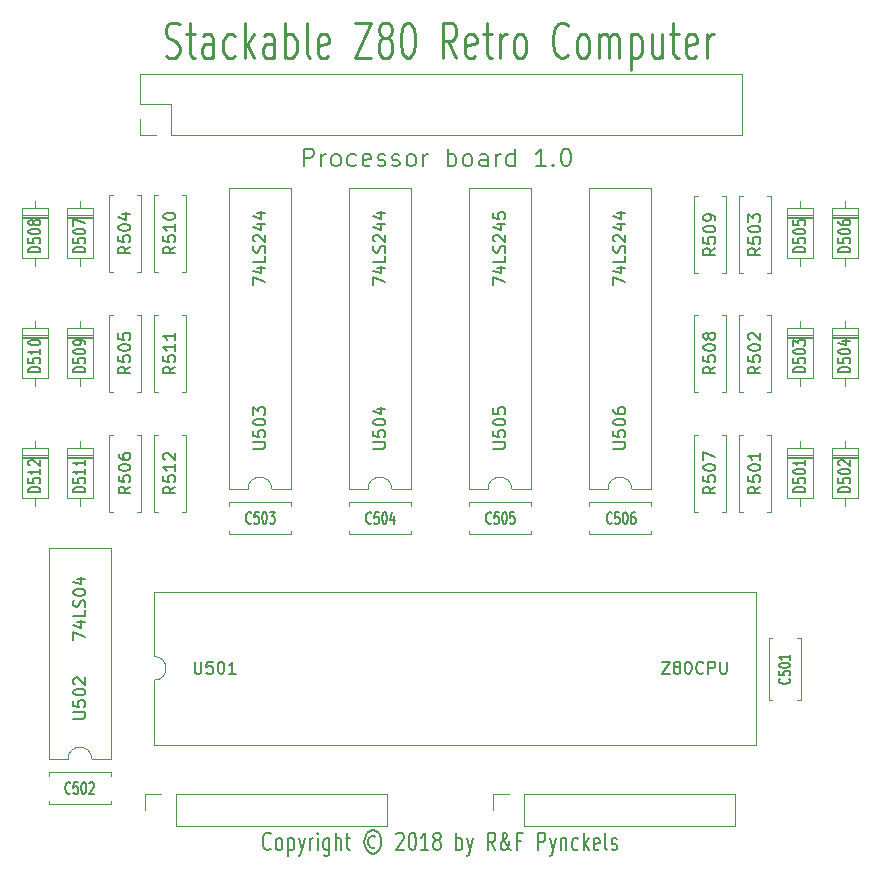
<source format=gto>
%TF.GenerationSoftware,KiCad,Pcbnew,(5.0.0)*%
%TF.CreationDate,2018-10-23T17:25:26+02:00*%
%TF.ProjectId,S80 Processor,5338302050726F636573736F722E6B69,1.0*%
%TF.SameCoordinates,Original*%
%TF.FileFunction,Legend,Top*%
%TF.FilePolarity,Positive*%
%FSLAX46Y46*%
G04 Gerber Fmt 4.6, Leading zero omitted, Abs format (unit mm)*
G04 Created by KiCad (PCBNEW (5.0.0)) date 10/23/18 17:25:26*
%MOMM*%
%LPD*%
G01*
G04 APERTURE LIST*
%ADD10C,0.250000*%
%ADD11C,0.150000*%
%ADD12C,0.120000*%
G04 APERTURE END LIST*
D10*
X86040941Y-33274165D02*
X86326656Y-33417022D01*
X86802846Y-33417022D01*
X86993322Y-33274165D01*
X87088560Y-33131308D01*
X87183799Y-32845594D01*
X87183799Y-32559880D01*
X87088560Y-32274165D01*
X86993322Y-32131308D01*
X86802846Y-31988451D01*
X86421894Y-31845594D01*
X86231418Y-31702737D01*
X86136180Y-31559880D01*
X86040941Y-31274165D01*
X86040941Y-30988451D01*
X86136180Y-30702737D01*
X86231418Y-30559880D01*
X86421894Y-30417022D01*
X86898084Y-30417022D01*
X87183799Y-30559880D01*
X87755227Y-31417022D02*
X88517132Y-31417022D01*
X88040941Y-30417022D02*
X88040941Y-32988451D01*
X88136180Y-33274165D01*
X88326656Y-33417022D01*
X88517132Y-33417022D01*
X90040941Y-33417022D02*
X90040941Y-31845594D01*
X89945703Y-31559880D01*
X89755227Y-31417022D01*
X89374275Y-31417022D01*
X89183799Y-31559880D01*
X90040941Y-33274165D02*
X89850465Y-33417022D01*
X89374275Y-33417022D01*
X89183799Y-33274165D01*
X89088560Y-32988451D01*
X89088560Y-32702737D01*
X89183799Y-32417022D01*
X89374275Y-32274165D01*
X89850465Y-32274165D01*
X90040941Y-32131308D01*
X91850465Y-33274165D02*
X91659989Y-33417022D01*
X91279037Y-33417022D01*
X91088560Y-33274165D01*
X90993322Y-33131308D01*
X90898084Y-32845594D01*
X90898084Y-31988451D01*
X90993322Y-31702737D01*
X91088560Y-31559880D01*
X91279037Y-31417022D01*
X91659989Y-31417022D01*
X91850465Y-31559880D01*
X92707608Y-33417022D02*
X92707608Y-30417022D01*
X92898084Y-32274165D02*
X93469513Y-33417022D01*
X93469513Y-31417022D02*
X92707608Y-32559880D01*
X95183799Y-33417022D02*
X95183799Y-31845594D01*
X95088560Y-31559880D01*
X94898084Y-31417022D01*
X94517132Y-31417022D01*
X94326656Y-31559880D01*
X95183799Y-33274165D02*
X94993322Y-33417022D01*
X94517132Y-33417022D01*
X94326656Y-33274165D01*
X94231418Y-32988451D01*
X94231418Y-32702737D01*
X94326656Y-32417022D01*
X94517132Y-32274165D01*
X94993322Y-32274165D01*
X95183799Y-32131308D01*
X96136180Y-33417022D02*
X96136180Y-30417022D01*
X96136180Y-31559880D02*
X96326656Y-31417022D01*
X96707608Y-31417022D01*
X96898084Y-31559880D01*
X96993322Y-31702737D01*
X97088560Y-31988451D01*
X97088560Y-32845594D01*
X96993322Y-33131308D01*
X96898084Y-33274165D01*
X96707608Y-33417022D01*
X96326656Y-33417022D01*
X96136180Y-33274165D01*
X98231418Y-33417022D02*
X98040941Y-33274165D01*
X97945703Y-32988451D01*
X97945703Y-30417022D01*
X99755227Y-33274165D02*
X99564751Y-33417022D01*
X99183799Y-33417022D01*
X98993322Y-33274165D01*
X98898084Y-32988451D01*
X98898084Y-31845594D01*
X98993322Y-31559880D01*
X99183799Y-31417022D01*
X99564751Y-31417022D01*
X99755227Y-31559880D01*
X99850465Y-31845594D01*
X99850465Y-32131308D01*
X98898084Y-32417022D01*
X102040941Y-30417022D02*
X103374275Y-30417022D01*
X102040941Y-33417022D01*
X103374275Y-33417022D01*
X104421894Y-31702737D02*
X104231418Y-31559880D01*
X104136180Y-31417022D01*
X104040941Y-31131308D01*
X104040941Y-30988451D01*
X104136180Y-30702737D01*
X104231418Y-30559880D01*
X104421894Y-30417022D01*
X104802846Y-30417022D01*
X104993322Y-30559880D01*
X105088560Y-30702737D01*
X105183799Y-30988451D01*
X105183799Y-31131308D01*
X105088560Y-31417022D01*
X104993322Y-31559880D01*
X104802846Y-31702737D01*
X104421894Y-31702737D01*
X104231418Y-31845594D01*
X104136180Y-31988451D01*
X104040941Y-32274165D01*
X104040941Y-32845594D01*
X104136180Y-33131308D01*
X104231418Y-33274165D01*
X104421894Y-33417022D01*
X104802846Y-33417022D01*
X104993322Y-33274165D01*
X105088560Y-33131308D01*
X105183799Y-32845594D01*
X105183799Y-32274165D01*
X105088560Y-31988451D01*
X104993322Y-31845594D01*
X104802846Y-31702737D01*
X106421894Y-30417022D02*
X106612370Y-30417022D01*
X106802846Y-30559880D01*
X106898084Y-30702737D01*
X106993322Y-30988451D01*
X107088560Y-31559880D01*
X107088560Y-32274165D01*
X106993322Y-32845594D01*
X106898084Y-33131308D01*
X106802846Y-33274165D01*
X106612370Y-33417022D01*
X106421894Y-33417022D01*
X106231418Y-33274165D01*
X106136180Y-33131308D01*
X106040941Y-32845594D01*
X105945703Y-32274165D01*
X105945703Y-31559880D01*
X106040941Y-30988451D01*
X106136180Y-30702737D01*
X106231418Y-30559880D01*
X106421894Y-30417022D01*
X110612370Y-33417022D02*
X109945703Y-31988451D01*
X109469513Y-33417022D02*
X109469513Y-30417022D01*
X110231418Y-30417022D01*
X110421894Y-30559880D01*
X110517132Y-30702737D01*
X110612370Y-30988451D01*
X110612370Y-31417022D01*
X110517132Y-31702737D01*
X110421894Y-31845594D01*
X110231418Y-31988451D01*
X109469513Y-31988451D01*
X112231418Y-33274165D02*
X112040941Y-33417022D01*
X111659989Y-33417022D01*
X111469513Y-33274165D01*
X111374275Y-32988451D01*
X111374275Y-31845594D01*
X111469513Y-31559880D01*
X111659989Y-31417022D01*
X112040941Y-31417022D01*
X112231418Y-31559880D01*
X112326656Y-31845594D01*
X112326656Y-32131308D01*
X111374275Y-32417022D01*
X112898084Y-31417022D02*
X113659989Y-31417022D01*
X113183799Y-30417022D02*
X113183799Y-32988451D01*
X113279037Y-33274165D01*
X113469513Y-33417022D01*
X113659989Y-33417022D01*
X114326656Y-33417022D02*
X114326656Y-31417022D01*
X114326656Y-31988451D02*
X114421894Y-31702737D01*
X114517132Y-31559880D01*
X114707608Y-31417022D01*
X114898084Y-31417022D01*
X115850465Y-33417022D02*
X115659989Y-33274165D01*
X115564751Y-33131308D01*
X115469513Y-32845594D01*
X115469513Y-31988451D01*
X115564751Y-31702737D01*
X115659989Y-31559880D01*
X115850465Y-31417022D01*
X116136180Y-31417022D01*
X116326656Y-31559880D01*
X116421894Y-31702737D01*
X116517132Y-31988451D01*
X116517132Y-32845594D01*
X116421894Y-33131308D01*
X116326656Y-33274165D01*
X116136180Y-33417022D01*
X115850465Y-33417022D01*
X120040941Y-33131308D02*
X119945703Y-33274165D01*
X119659989Y-33417022D01*
X119469513Y-33417022D01*
X119183799Y-33274165D01*
X118993322Y-32988451D01*
X118898084Y-32702737D01*
X118802846Y-32131308D01*
X118802846Y-31702737D01*
X118898084Y-31131308D01*
X118993322Y-30845594D01*
X119183799Y-30559880D01*
X119469513Y-30417022D01*
X119659989Y-30417022D01*
X119945703Y-30559880D01*
X120040941Y-30702737D01*
X121183799Y-33417022D02*
X120993322Y-33274165D01*
X120898084Y-33131308D01*
X120802846Y-32845594D01*
X120802846Y-31988451D01*
X120898084Y-31702737D01*
X120993322Y-31559880D01*
X121183799Y-31417022D01*
X121469513Y-31417022D01*
X121659989Y-31559880D01*
X121755227Y-31702737D01*
X121850465Y-31988451D01*
X121850465Y-32845594D01*
X121755227Y-33131308D01*
X121659989Y-33274165D01*
X121469513Y-33417022D01*
X121183799Y-33417022D01*
X122707608Y-33417022D02*
X122707608Y-31417022D01*
X122707608Y-31702737D02*
X122802846Y-31559880D01*
X122993322Y-31417022D01*
X123279037Y-31417022D01*
X123469513Y-31559880D01*
X123564751Y-31845594D01*
X123564751Y-33417022D01*
X123564751Y-31845594D02*
X123659989Y-31559880D01*
X123850465Y-31417022D01*
X124136179Y-31417022D01*
X124326656Y-31559880D01*
X124421894Y-31845594D01*
X124421894Y-33417022D01*
X125374275Y-31417022D02*
X125374275Y-34417022D01*
X125374275Y-31559880D02*
X125564751Y-31417022D01*
X125945703Y-31417022D01*
X126136179Y-31559880D01*
X126231418Y-31702737D01*
X126326656Y-31988451D01*
X126326656Y-32845594D01*
X126231418Y-33131308D01*
X126136179Y-33274165D01*
X125945703Y-33417022D01*
X125564751Y-33417022D01*
X125374275Y-33274165D01*
X128040941Y-31417022D02*
X128040941Y-33417022D01*
X127183799Y-31417022D02*
X127183799Y-32988451D01*
X127279037Y-33274165D01*
X127469513Y-33417022D01*
X127755227Y-33417022D01*
X127945703Y-33274165D01*
X128040941Y-33131308D01*
X128707608Y-31417022D02*
X129469513Y-31417022D01*
X128993322Y-30417022D02*
X128993322Y-32988451D01*
X129088560Y-33274165D01*
X129279037Y-33417022D01*
X129469513Y-33417022D01*
X130898084Y-33274165D02*
X130707608Y-33417022D01*
X130326656Y-33417022D01*
X130136179Y-33274165D01*
X130040941Y-32988451D01*
X130040941Y-31845594D01*
X130136179Y-31559880D01*
X130326656Y-31417022D01*
X130707608Y-31417022D01*
X130898084Y-31559880D01*
X130993322Y-31845594D01*
X130993322Y-32131308D01*
X130040941Y-32417022D01*
X131850465Y-33417022D02*
X131850465Y-31417022D01*
X131850465Y-31988451D02*
X131945703Y-31702737D01*
X132040941Y-31559880D01*
X132231418Y-31417022D01*
X132421894Y-31417022D01*
D11*
X97680285Y-42588571D02*
X97680285Y-41088571D01*
X98251714Y-41088571D01*
X98394571Y-41160000D01*
X98466000Y-41231428D01*
X98537428Y-41374285D01*
X98537428Y-41588571D01*
X98466000Y-41731428D01*
X98394571Y-41802857D01*
X98251714Y-41874285D01*
X97680285Y-41874285D01*
X99180285Y-42588571D02*
X99180285Y-41588571D01*
X99180285Y-41874285D02*
X99251714Y-41731428D01*
X99323142Y-41660000D01*
X99466000Y-41588571D01*
X99608857Y-41588571D01*
X100323142Y-42588571D02*
X100180285Y-42517142D01*
X100108857Y-42445714D01*
X100037428Y-42302857D01*
X100037428Y-41874285D01*
X100108857Y-41731428D01*
X100180285Y-41660000D01*
X100323142Y-41588571D01*
X100537428Y-41588571D01*
X100680285Y-41660000D01*
X100751714Y-41731428D01*
X100823142Y-41874285D01*
X100823142Y-42302857D01*
X100751714Y-42445714D01*
X100680285Y-42517142D01*
X100537428Y-42588571D01*
X100323142Y-42588571D01*
X102108857Y-42517142D02*
X101966000Y-42588571D01*
X101680285Y-42588571D01*
X101537428Y-42517142D01*
X101466000Y-42445714D01*
X101394571Y-42302857D01*
X101394571Y-41874285D01*
X101466000Y-41731428D01*
X101537428Y-41660000D01*
X101680285Y-41588571D01*
X101966000Y-41588571D01*
X102108857Y-41660000D01*
X103323142Y-42517142D02*
X103180285Y-42588571D01*
X102894571Y-42588571D01*
X102751714Y-42517142D01*
X102680285Y-42374285D01*
X102680285Y-41802857D01*
X102751714Y-41660000D01*
X102894571Y-41588571D01*
X103180285Y-41588571D01*
X103323142Y-41660000D01*
X103394571Y-41802857D01*
X103394571Y-41945714D01*
X102680285Y-42088571D01*
X103966000Y-42517142D02*
X104108857Y-42588571D01*
X104394571Y-42588571D01*
X104537428Y-42517142D01*
X104608857Y-42374285D01*
X104608857Y-42302857D01*
X104537428Y-42160000D01*
X104394571Y-42088571D01*
X104180285Y-42088571D01*
X104037428Y-42017142D01*
X103966000Y-41874285D01*
X103966000Y-41802857D01*
X104037428Y-41660000D01*
X104180285Y-41588571D01*
X104394571Y-41588571D01*
X104537428Y-41660000D01*
X105180285Y-42517142D02*
X105323142Y-42588571D01*
X105608857Y-42588571D01*
X105751714Y-42517142D01*
X105823142Y-42374285D01*
X105823142Y-42302857D01*
X105751714Y-42160000D01*
X105608857Y-42088571D01*
X105394571Y-42088571D01*
X105251714Y-42017142D01*
X105180285Y-41874285D01*
X105180285Y-41802857D01*
X105251714Y-41660000D01*
X105394571Y-41588571D01*
X105608857Y-41588571D01*
X105751714Y-41660000D01*
X106680285Y-42588571D02*
X106537428Y-42517142D01*
X106466000Y-42445714D01*
X106394571Y-42302857D01*
X106394571Y-41874285D01*
X106466000Y-41731428D01*
X106537428Y-41660000D01*
X106680285Y-41588571D01*
X106894571Y-41588571D01*
X107037428Y-41660000D01*
X107108857Y-41731428D01*
X107180285Y-41874285D01*
X107180285Y-42302857D01*
X107108857Y-42445714D01*
X107037428Y-42517142D01*
X106894571Y-42588571D01*
X106680285Y-42588571D01*
X107823142Y-42588571D02*
X107823142Y-41588571D01*
X107823142Y-41874285D02*
X107894571Y-41731428D01*
X107966000Y-41660000D01*
X108108857Y-41588571D01*
X108251714Y-41588571D01*
X109894571Y-42588571D02*
X109894571Y-41088571D01*
X109894571Y-41660000D02*
X110037428Y-41588571D01*
X110323142Y-41588571D01*
X110466000Y-41660000D01*
X110537428Y-41731428D01*
X110608857Y-41874285D01*
X110608857Y-42302857D01*
X110537428Y-42445714D01*
X110466000Y-42517142D01*
X110323142Y-42588571D01*
X110037428Y-42588571D01*
X109894571Y-42517142D01*
X111465999Y-42588571D02*
X111323142Y-42517142D01*
X111251714Y-42445714D01*
X111180285Y-42302857D01*
X111180285Y-41874285D01*
X111251714Y-41731428D01*
X111323142Y-41660000D01*
X111465999Y-41588571D01*
X111680285Y-41588571D01*
X111823142Y-41660000D01*
X111894571Y-41731428D01*
X111965999Y-41874285D01*
X111965999Y-42302857D01*
X111894571Y-42445714D01*
X111823142Y-42517142D01*
X111680285Y-42588571D01*
X111465999Y-42588571D01*
X113251714Y-42588571D02*
X113251714Y-41802857D01*
X113180285Y-41660000D01*
X113037428Y-41588571D01*
X112751714Y-41588571D01*
X112608857Y-41660000D01*
X113251714Y-42517142D02*
X113108857Y-42588571D01*
X112751714Y-42588571D01*
X112608857Y-42517142D01*
X112537428Y-42374285D01*
X112537428Y-42231428D01*
X112608857Y-42088571D01*
X112751714Y-42017142D01*
X113108857Y-42017142D01*
X113251714Y-41945714D01*
X113965999Y-42588571D02*
X113965999Y-41588571D01*
X113965999Y-41874285D02*
X114037428Y-41731428D01*
X114108857Y-41660000D01*
X114251714Y-41588571D01*
X114394571Y-41588571D01*
X115537428Y-42588571D02*
X115537428Y-41088571D01*
X115537428Y-42517142D02*
X115394571Y-42588571D01*
X115108857Y-42588571D01*
X114965999Y-42517142D01*
X114894571Y-42445714D01*
X114823142Y-42302857D01*
X114823142Y-41874285D01*
X114894571Y-41731428D01*
X114965999Y-41660000D01*
X115108857Y-41588571D01*
X115394571Y-41588571D01*
X115537428Y-41660000D01*
X118180285Y-42588571D02*
X117323142Y-42588571D01*
X117751714Y-42588571D02*
X117751714Y-41088571D01*
X117608857Y-41302857D01*
X117465999Y-41445714D01*
X117323142Y-41517142D01*
X118823142Y-42445714D02*
X118894571Y-42517142D01*
X118823142Y-42588571D01*
X118751714Y-42517142D01*
X118823142Y-42445714D01*
X118823142Y-42588571D01*
X119823142Y-41088571D02*
X119965999Y-41088571D01*
X120108857Y-41160000D01*
X120180285Y-41231428D01*
X120251714Y-41374285D01*
X120323142Y-41660000D01*
X120323142Y-42017142D01*
X120251714Y-42302857D01*
X120180285Y-42445714D01*
X120108857Y-42517142D01*
X119965999Y-42588571D01*
X119823142Y-42588571D01*
X119680285Y-42517142D01*
X119608857Y-42445714D01*
X119537428Y-42302857D01*
X119465999Y-42017142D01*
X119465999Y-41660000D01*
X119537428Y-41374285D01*
X119608857Y-41231428D01*
X119680285Y-41160000D01*
X119823142Y-41088571D01*
X94893809Y-100357714D02*
X94841428Y-100429142D01*
X94684285Y-100500571D01*
X94579523Y-100500571D01*
X94422380Y-100429142D01*
X94317619Y-100286285D01*
X94265238Y-100143428D01*
X94212857Y-99857714D01*
X94212857Y-99643428D01*
X94265238Y-99357714D01*
X94317619Y-99214857D01*
X94422380Y-99072000D01*
X94579523Y-99000571D01*
X94684285Y-99000571D01*
X94841428Y-99072000D01*
X94893809Y-99143428D01*
X95522380Y-100500571D02*
X95417619Y-100429142D01*
X95365238Y-100357714D01*
X95312857Y-100214857D01*
X95312857Y-99786285D01*
X95365238Y-99643428D01*
X95417619Y-99572000D01*
X95522380Y-99500571D01*
X95679523Y-99500571D01*
X95784285Y-99572000D01*
X95836666Y-99643428D01*
X95889047Y-99786285D01*
X95889047Y-100214857D01*
X95836666Y-100357714D01*
X95784285Y-100429142D01*
X95679523Y-100500571D01*
X95522380Y-100500571D01*
X96360476Y-99500571D02*
X96360476Y-101000571D01*
X96360476Y-99572000D02*
X96465238Y-99500571D01*
X96674761Y-99500571D01*
X96779523Y-99572000D01*
X96831904Y-99643428D01*
X96884285Y-99786285D01*
X96884285Y-100214857D01*
X96831904Y-100357714D01*
X96779523Y-100429142D01*
X96674761Y-100500571D01*
X96465238Y-100500571D01*
X96360476Y-100429142D01*
X97250952Y-99500571D02*
X97512857Y-100500571D01*
X97774761Y-99500571D02*
X97512857Y-100500571D01*
X97408095Y-100857714D01*
X97355714Y-100929142D01*
X97250952Y-101000571D01*
X98193809Y-100500571D02*
X98193809Y-99500571D01*
X98193809Y-99786285D02*
X98246190Y-99643428D01*
X98298571Y-99572000D01*
X98403333Y-99500571D01*
X98508095Y-99500571D01*
X98874761Y-100500571D02*
X98874761Y-99500571D01*
X98874761Y-99000571D02*
X98822380Y-99072000D01*
X98874761Y-99143428D01*
X98927142Y-99072000D01*
X98874761Y-99000571D01*
X98874761Y-99143428D01*
X99870000Y-99500571D02*
X99870000Y-100714857D01*
X99817619Y-100857714D01*
X99765238Y-100929142D01*
X99660476Y-101000571D01*
X99503333Y-101000571D01*
X99398571Y-100929142D01*
X99870000Y-100429142D02*
X99765238Y-100500571D01*
X99555714Y-100500571D01*
X99450952Y-100429142D01*
X99398571Y-100357714D01*
X99346190Y-100214857D01*
X99346190Y-99786285D01*
X99398571Y-99643428D01*
X99450952Y-99572000D01*
X99555714Y-99500571D01*
X99765238Y-99500571D01*
X99870000Y-99572000D01*
X100393809Y-100500571D02*
X100393809Y-99000571D01*
X100865238Y-100500571D02*
X100865238Y-99714857D01*
X100812857Y-99572000D01*
X100708095Y-99500571D01*
X100550952Y-99500571D01*
X100446190Y-99572000D01*
X100393809Y-99643428D01*
X101231904Y-99500571D02*
X101650952Y-99500571D01*
X101389047Y-99000571D02*
X101389047Y-100286285D01*
X101441428Y-100429142D01*
X101546190Y-100500571D01*
X101650952Y-100500571D01*
X103746190Y-99357714D02*
X103641428Y-99286285D01*
X103431904Y-99286285D01*
X103327142Y-99357714D01*
X103222380Y-99500571D01*
X103170000Y-99643428D01*
X103170000Y-99929142D01*
X103222380Y-100072000D01*
X103327142Y-100214857D01*
X103431904Y-100286285D01*
X103641428Y-100286285D01*
X103746190Y-100214857D01*
X103536666Y-98786285D02*
X103274761Y-98857714D01*
X103012857Y-99072000D01*
X102855714Y-99429142D01*
X102803333Y-99786285D01*
X102855714Y-100143428D01*
X103012857Y-100500571D01*
X103274761Y-100714857D01*
X103536666Y-100786285D01*
X103798571Y-100714857D01*
X104060476Y-100500571D01*
X104217619Y-100143428D01*
X104270000Y-99786285D01*
X104217619Y-99429142D01*
X104060476Y-99072000D01*
X103798571Y-98857714D01*
X103536666Y-98786285D01*
X105527142Y-99143428D02*
X105579523Y-99072000D01*
X105684285Y-99000571D01*
X105946190Y-99000571D01*
X106050952Y-99072000D01*
X106103333Y-99143428D01*
X106155714Y-99286285D01*
X106155714Y-99429142D01*
X106103333Y-99643428D01*
X105474761Y-100500571D01*
X106155714Y-100500571D01*
X106836666Y-99000571D02*
X106941428Y-99000571D01*
X107046190Y-99072000D01*
X107098571Y-99143428D01*
X107150952Y-99286285D01*
X107203333Y-99572000D01*
X107203333Y-99929142D01*
X107150952Y-100214857D01*
X107098571Y-100357714D01*
X107046190Y-100429142D01*
X106941428Y-100500571D01*
X106836666Y-100500571D01*
X106731904Y-100429142D01*
X106679523Y-100357714D01*
X106627142Y-100214857D01*
X106574761Y-99929142D01*
X106574761Y-99572000D01*
X106627142Y-99286285D01*
X106679523Y-99143428D01*
X106731904Y-99072000D01*
X106836666Y-99000571D01*
X108250952Y-100500571D02*
X107622380Y-100500571D01*
X107936666Y-100500571D02*
X107936666Y-99000571D01*
X107831904Y-99214857D01*
X107727142Y-99357714D01*
X107622380Y-99429142D01*
X108879523Y-99643428D02*
X108774761Y-99572000D01*
X108722380Y-99500571D01*
X108670000Y-99357714D01*
X108670000Y-99286285D01*
X108722380Y-99143428D01*
X108774761Y-99072000D01*
X108879523Y-99000571D01*
X109089047Y-99000571D01*
X109193809Y-99072000D01*
X109246190Y-99143428D01*
X109298571Y-99286285D01*
X109298571Y-99357714D01*
X109246190Y-99500571D01*
X109193809Y-99572000D01*
X109089047Y-99643428D01*
X108879523Y-99643428D01*
X108774761Y-99714857D01*
X108722380Y-99786285D01*
X108670000Y-99929142D01*
X108670000Y-100214857D01*
X108722380Y-100357714D01*
X108774761Y-100429142D01*
X108879523Y-100500571D01*
X109089047Y-100500571D01*
X109193809Y-100429142D01*
X109246190Y-100357714D01*
X109298571Y-100214857D01*
X109298571Y-99929142D01*
X109246190Y-99786285D01*
X109193809Y-99714857D01*
X109089047Y-99643428D01*
X110608095Y-100500571D02*
X110608095Y-99000571D01*
X110608095Y-99572000D02*
X110712857Y-99500571D01*
X110922380Y-99500571D01*
X111027142Y-99572000D01*
X111079523Y-99643428D01*
X111131904Y-99786285D01*
X111131904Y-100214857D01*
X111079523Y-100357714D01*
X111027142Y-100429142D01*
X110922380Y-100500571D01*
X110712857Y-100500571D01*
X110608095Y-100429142D01*
X111498571Y-99500571D02*
X111760476Y-100500571D01*
X112022380Y-99500571D02*
X111760476Y-100500571D01*
X111655714Y-100857714D01*
X111603333Y-100929142D01*
X111498571Y-101000571D01*
X113908095Y-100500571D02*
X113541428Y-99786285D01*
X113279523Y-100500571D02*
X113279523Y-99000571D01*
X113698571Y-99000571D01*
X113803333Y-99072000D01*
X113855714Y-99143428D01*
X113908095Y-99286285D01*
X113908095Y-99500571D01*
X113855714Y-99643428D01*
X113803333Y-99714857D01*
X113698571Y-99786285D01*
X113279523Y-99786285D01*
X115270000Y-100500571D02*
X115217619Y-100500571D01*
X115112857Y-100429142D01*
X114955714Y-100214857D01*
X114693809Y-99786285D01*
X114589047Y-99572000D01*
X114536666Y-99357714D01*
X114536666Y-99214857D01*
X114589047Y-99072000D01*
X114693809Y-99000571D01*
X114746190Y-99000571D01*
X114850952Y-99072000D01*
X114903333Y-99214857D01*
X114903333Y-99286285D01*
X114850952Y-99429142D01*
X114798571Y-99500571D01*
X114484285Y-99786285D01*
X114431904Y-99857714D01*
X114379523Y-100000571D01*
X114379523Y-100214857D01*
X114431904Y-100357714D01*
X114484285Y-100429142D01*
X114589047Y-100500571D01*
X114746190Y-100500571D01*
X114850952Y-100429142D01*
X114903333Y-100357714D01*
X115060476Y-100072000D01*
X115112857Y-99857714D01*
X115112857Y-99714857D01*
X116108095Y-99714857D02*
X115741428Y-99714857D01*
X115741428Y-100500571D02*
X115741428Y-99000571D01*
X116265238Y-99000571D01*
X117522380Y-100500571D02*
X117522380Y-99000571D01*
X117941428Y-99000571D01*
X118046190Y-99072000D01*
X118098571Y-99143428D01*
X118150952Y-99286285D01*
X118150952Y-99500571D01*
X118098571Y-99643428D01*
X118046190Y-99714857D01*
X117941428Y-99786285D01*
X117522380Y-99786285D01*
X118517619Y-99500571D02*
X118779523Y-100500571D01*
X119041428Y-99500571D02*
X118779523Y-100500571D01*
X118674761Y-100857714D01*
X118622380Y-100929142D01*
X118517619Y-101000571D01*
X119460476Y-99500571D02*
X119460476Y-100500571D01*
X119460476Y-99643428D02*
X119512857Y-99572000D01*
X119617619Y-99500571D01*
X119774761Y-99500571D01*
X119879523Y-99572000D01*
X119931904Y-99714857D01*
X119931904Y-100500571D01*
X120927142Y-100429142D02*
X120822380Y-100500571D01*
X120612857Y-100500571D01*
X120508095Y-100429142D01*
X120455714Y-100357714D01*
X120403333Y-100214857D01*
X120403333Y-99786285D01*
X120455714Y-99643428D01*
X120508095Y-99572000D01*
X120612857Y-99500571D01*
X120822380Y-99500571D01*
X120927142Y-99572000D01*
X121398571Y-100500571D02*
X121398571Y-99000571D01*
X121503333Y-99929142D02*
X121817619Y-100500571D01*
X121817619Y-99500571D02*
X121398571Y-100072000D01*
X122708095Y-100429142D02*
X122603333Y-100500571D01*
X122393809Y-100500571D01*
X122289047Y-100429142D01*
X122236666Y-100286285D01*
X122236666Y-99714857D01*
X122289047Y-99572000D01*
X122393809Y-99500571D01*
X122603333Y-99500571D01*
X122708095Y-99572000D01*
X122760476Y-99714857D01*
X122760476Y-99857714D01*
X122236666Y-100000571D01*
X123389047Y-100500571D02*
X123284285Y-100429142D01*
X123231904Y-100286285D01*
X123231904Y-99000571D01*
X123755714Y-100429142D02*
X123860476Y-100500571D01*
X124070000Y-100500571D01*
X124174761Y-100429142D01*
X124227142Y-100286285D01*
X124227142Y-100214857D01*
X124174761Y-100072000D01*
X124070000Y-100000571D01*
X123912857Y-100000571D01*
X123808095Y-99929142D01*
X123755714Y-99786285D01*
X123755714Y-99714857D01*
X123808095Y-99572000D01*
X123912857Y-99500571D01*
X124070000Y-99500571D01*
X124174761Y-99572000D01*
D12*
X103140000Y-69910000D02*
G75*
G02X105140000Y-69910000I1000000J0D01*
G01*
X105140000Y-69910000D02*
X106790000Y-69910000D01*
X106790000Y-69910000D02*
X106790000Y-44390000D01*
X106790000Y-44390000D02*
X101490000Y-44390000D01*
X101490000Y-44390000D02*
X101490000Y-69910000D01*
X101490000Y-69910000D02*
X103140000Y-69910000D01*
X83836200Y-38613080D02*
X83836200Y-39943080D01*
X83836200Y-39943080D02*
X85166200Y-39943080D01*
X83836200Y-37343080D02*
X86436200Y-37343080D01*
X86436200Y-37343080D02*
X86436200Y-39943080D01*
X86436200Y-39943080D02*
X134756200Y-39943080D01*
X134756200Y-34743080D02*
X134756200Y-39943080D01*
X83836200Y-34743080D02*
X134756200Y-34743080D01*
X83836200Y-34743080D02*
X83836200Y-37343080D01*
X91330000Y-69910000D02*
X92980000Y-69910000D01*
X91330000Y-44390000D02*
X91330000Y-69910000D01*
X96630000Y-44390000D02*
X91330000Y-44390000D01*
X96630000Y-69910000D02*
X96630000Y-44390000D01*
X94980000Y-69910000D02*
X96630000Y-69910000D01*
X92980000Y-69910000D02*
G75*
G02X94980000Y-69910000I1000000J0D01*
G01*
X137060000Y-87750000D02*
X137060000Y-82510000D01*
X139800000Y-87750000D02*
X139800000Y-82510000D01*
X137060000Y-87750000D02*
X137375000Y-87750000D01*
X139485000Y-87750000D02*
X139800000Y-87750000D01*
X137060000Y-82510000D02*
X137375000Y-82510000D01*
X139485000Y-82510000D02*
X139800000Y-82510000D01*
X76160000Y-94195000D02*
X76160000Y-93880000D01*
X76160000Y-96620000D02*
X76160000Y-96305000D01*
X81400000Y-94195000D02*
X81400000Y-93880000D01*
X81400000Y-96620000D02*
X81400000Y-96305000D01*
X81400000Y-93880000D02*
X76160000Y-93880000D01*
X81400000Y-96620000D02*
X76160000Y-96620000D01*
X96640000Y-73760000D02*
X91400000Y-73760000D01*
X96640000Y-71020000D02*
X91400000Y-71020000D01*
X96640000Y-73760000D02*
X96640000Y-73445000D01*
X96640000Y-71335000D02*
X96640000Y-71020000D01*
X91400000Y-73760000D02*
X91400000Y-73445000D01*
X91400000Y-71335000D02*
X91400000Y-71020000D01*
X101560000Y-71335000D02*
X101560000Y-71020000D01*
X101560000Y-73760000D02*
X101560000Y-73445000D01*
X106800000Y-71335000D02*
X106800000Y-71020000D01*
X106800000Y-73760000D02*
X106800000Y-73445000D01*
X106800000Y-71020000D02*
X101560000Y-71020000D01*
X106800000Y-73760000D02*
X101560000Y-73760000D01*
X116960000Y-73760000D02*
X111720000Y-73760000D01*
X116960000Y-71020000D02*
X111720000Y-71020000D01*
X116960000Y-73760000D02*
X116960000Y-73445000D01*
X116960000Y-71335000D02*
X116960000Y-71020000D01*
X111720000Y-73760000D02*
X111720000Y-73445000D01*
X111720000Y-71335000D02*
X111720000Y-71020000D01*
X127120000Y-73760000D02*
X121880000Y-73760000D01*
X127120000Y-71020000D02*
X121880000Y-71020000D01*
X127120000Y-73760000D02*
X127120000Y-73445000D01*
X127120000Y-71335000D02*
X127120000Y-71020000D01*
X121880000Y-73760000D02*
X121880000Y-73445000D01*
X121880000Y-71335000D02*
X121880000Y-71020000D01*
X84268000Y-97078800D02*
X84268000Y-95748800D01*
X84268000Y-95748800D02*
X85598000Y-95748800D01*
X86868000Y-95748800D02*
X104708000Y-95748800D01*
X104708000Y-98408800D02*
X104708000Y-95748800D01*
X86868000Y-98408800D02*
X104708000Y-98408800D01*
X86868000Y-98408800D02*
X86868000Y-95748800D01*
X116332000Y-98408800D02*
X116332000Y-95748800D01*
X116332000Y-98408800D02*
X134172000Y-98408800D01*
X134172000Y-98408800D02*
X134172000Y-95748800D01*
X116332000Y-95748800D02*
X134172000Y-95748800D01*
X113732000Y-95748800D02*
X115062000Y-95748800D01*
X113732000Y-97078800D02*
X113732000Y-95748800D01*
X83590000Y-65310000D02*
X83920000Y-65310000D01*
X83920000Y-65310000D02*
X83920000Y-71850000D01*
X83920000Y-71850000D02*
X83590000Y-71850000D01*
X81510000Y-65310000D02*
X81180000Y-65310000D01*
X81180000Y-65310000D02*
X81180000Y-71850000D01*
X81180000Y-71850000D02*
X81510000Y-71850000D01*
X113300000Y-69910000D02*
G75*
G02X115300000Y-69910000I1000000J0D01*
G01*
X115300000Y-69910000D02*
X116950000Y-69910000D01*
X116950000Y-69910000D02*
X116950000Y-44390000D01*
X116950000Y-44390000D02*
X111650000Y-44390000D01*
X111650000Y-44390000D02*
X111650000Y-69910000D01*
X111650000Y-69910000D02*
X113300000Y-69910000D01*
X121810000Y-69910000D02*
X123460000Y-69910000D01*
X121810000Y-44390000D02*
X121810000Y-69910000D01*
X127110000Y-44390000D02*
X121810000Y-44390000D01*
X127110000Y-69910000D02*
X127110000Y-44390000D01*
X125460000Y-69910000D02*
X127110000Y-69910000D01*
X123460000Y-69910000D02*
G75*
G02X125460000Y-69910000I1000000J0D01*
G01*
X85030000Y-84090000D02*
G75*
G02X85030000Y-86090000I0J-1000000D01*
G01*
X85030000Y-86090000D02*
X85030000Y-91550000D01*
X85030000Y-91550000D02*
X135950000Y-91550000D01*
X135950000Y-91550000D02*
X135950000Y-78630000D01*
X135950000Y-78630000D02*
X85030000Y-78630000D01*
X85030000Y-78630000D02*
X85030000Y-84090000D01*
X134520000Y-71850000D02*
X134850000Y-71850000D01*
X134520000Y-65310000D02*
X134520000Y-71850000D01*
X134850000Y-65310000D02*
X134520000Y-65310000D01*
X137260000Y-71850000D02*
X136930000Y-71850000D01*
X137260000Y-65310000D02*
X137260000Y-71850000D01*
X136930000Y-65310000D02*
X137260000Y-65310000D01*
X136930000Y-55150000D02*
X137260000Y-55150000D01*
X137260000Y-55150000D02*
X137260000Y-61690000D01*
X137260000Y-61690000D02*
X136930000Y-61690000D01*
X134850000Y-55150000D02*
X134520000Y-55150000D01*
X134520000Y-55150000D02*
X134520000Y-61690000D01*
X134520000Y-61690000D02*
X134850000Y-61690000D01*
X134520000Y-51657000D02*
X134850000Y-51657000D01*
X134520000Y-45117000D02*
X134520000Y-51657000D01*
X134850000Y-45117000D02*
X134520000Y-45117000D01*
X137260000Y-51657000D02*
X136930000Y-51657000D01*
X137260000Y-45117000D02*
X137260000Y-51657000D01*
X136930000Y-45117000D02*
X137260000Y-45117000D01*
X83590000Y-44990000D02*
X83920000Y-44990000D01*
X83920000Y-44990000D02*
X83920000Y-51530000D01*
X83920000Y-51530000D02*
X83590000Y-51530000D01*
X81510000Y-44990000D02*
X81180000Y-44990000D01*
X81180000Y-44990000D02*
X81180000Y-51530000D01*
X81180000Y-51530000D02*
X81510000Y-51530000D01*
X81180000Y-61690000D02*
X81510000Y-61690000D01*
X81180000Y-55150000D02*
X81180000Y-61690000D01*
X81510000Y-55150000D02*
X81180000Y-55150000D01*
X83920000Y-61690000D02*
X83590000Y-61690000D01*
X83920000Y-55150000D02*
X83920000Y-61690000D01*
X83590000Y-55150000D02*
X83920000Y-55150000D01*
X76090000Y-92770000D02*
X77740000Y-92770000D01*
X76090000Y-74870000D02*
X76090000Y-92770000D01*
X81390000Y-74870000D02*
X76090000Y-74870000D01*
X81390000Y-92770000D02*
X81390000Y-74870000D01*
X79740000Y-92770000D02*
X81390000Y-92770000D01*
X77740000Y-92770000D02*
G75*
G02X79740000Y-92770000I1000000J0D01*
G01*
X133120000Y-65310000D02*
X133450000Y-65310000D01*
X133450000Y-65310000D02*
X133450000Y-71850000D01*
X133450000Y-71850000D02*
X133120000Y-71850000D01*
X131040000Y-65310000D02*
X130710000Y-65310000D01*
X130710000Y-65310000D02*
X130710000Y-71850000D01*
X130710000Y-71850000D02*
X131040000Y-71850000D01*
X130710000Y-61690000D02*
X131040000Y-61690000D01*
X130710000Y-55150000D02*
X130710000Y-61690000D01*
X131040000Y-55150000D02*
X130710000Y-55150000D01*
X133450000Y-61690000D02*
X133120000Y-61690000D01*
X133450000Y-55150000D02*
X133450000Y-61690000D01*
X133120000Y-55150000D02*
X133450000Y-55150000D01*
X133120000Y-45117000D02*
X133450000Y-45117000D01*
X133450000Y-45117000D02*
X133450000Y-51657000D01*
X133450000Y-51657000D02*
X133120000Y-51657000D01*
X131040000Y-45117000D02*
X130710000Y-45117000D01*
X130710000Y-45117000D02*
X130710000Y-51657000D01*
X130710000Y-51657000D02*
X131040000Y-51657000D01*
X84990000Y-51530000D02*
X85320000Y-51530000D01*
X84990000Y-44990000D02*
X84990000Y-51530000D01*
X85320000Y-44990000D02*
X84990000Y-44990000D01*
X87730000Y-51530000D02*
X87400000Y-51530000D01*
X87730000Y-44990000D02*
X87730000Y-51530000D01*
X87400000Y-44990000D02*
X87730000Y-44990000D01*
X87400000Y-55150000D02*
X87730000Y-55150000D01*
X87730000Y-55150000D02*
X87730000Y-61690000D01*
X87730000Y-61690000D02*
X87400000Y-61690000D01*
X85320000Y-55150000D02*
X84990000Y-55150000D01*
X84990000Y-55150000D02*
X84990000Y-61690000D01*
X84990000Y-61690000D02*
X85320000Y-61690000D01*
X84990000Y-71850000D02*
X85320000Y-71850000D01*
X84990000Y-65310000D02*
X84990000Y-71850000D01*
X85320000Y-65310000D02*
X84990000Y-65310000D01*
X87730000Y-71850000D02*
X87400000Y-71850000D01*
X87730000Y-65310000D02*
X87730000Y-71850000D01*
X87400000Y-65310000D02*
X87730000Y-65310000D01*
X140820000Y-66460000D02*
X138580000Y-66460000D01*
X138580000Y-66460000D02*
X138580000Y-70700000D01*
X138580000Y-70700000D02*
X140820000Y-70700000D01*
X140820000Y-70700000D02*
X140820000Y-66460000D01*
X139700000Y-65810000D02*
X139700000Y-66460000D01*
X139700000Y-71350000D02*
X139700000Y-70700000D01*
X140820000Y-67180000D02*
X138580000Y-67180000D01*
X140820000Y-67300000D02*
X138580000Y-67300000D01*
X140820000Y-67060000D02*
X138580000Y-67060000D01*
X144630000Y-66460000D02*
X142390000Y-66460000D01*
X142390000Y-66460000D02*
X142390000Y-70700000D01*
X142390000Y-70700000D02*
X144630000Y-70700000D01*
X144630000Y-70700000D02*
X144630000Y-66460000D01*
X143510000Y-65810000D02*
X143510000Y-66460000D01*
X143510000Y-71350000D02*
X143510000Y-70700000D01*
X144630000Y-67180000D02*
X142390000Y-67180000D01*
X144630000Y-67300000D02*
X142390000Y-67300000D01*
X144630000Y-67060000D02*
X142390000Y-67060000D01*
X140820000Y-56900000D02*
X138580000Y-56900000D01*
X140820000Y-57140000D02*
X138580000Y-57140000D01*
X140820000Y-57020000D02*
X138580000Y-57020000D01*
X139700000Y-61190000D02*
X139700000Y-60540000D01*
X139700000Y-55650000D02*
X139700000Y-56300000D01*
X140820000Y-60540000D02*
X140820000Y-56300000D01*
X138580000Y-60540000D02*
X140820000Y-60540000D01*
X138580000Y-56300000D02*
X138580000Y-60540000D01*
X140820000Y-56300000D02*
X138580000Y-56300000D01*
X144630000Y-56300000D02*
X142390000Y-56300000D01*
X142390000Y-56300000D02*
X142390000Y-60540000D01*
X142390000Y-60540000D02*
X144630000Y-60540000D01*
X144630000Y-60540000D02*
X144630000Y-56300000D01*
X143510000Y-55650000D02*
X143510000Y-56300000D01*
X143510000Y-61190000D02*
X143510000Y-60540000D01*
X144630000Y-57020000D02*
X142390000Y-57020000D01*
X144630000Y-57140000D02*
X142390000Y-57140000D01*
X144630000Y-56900000D02*
X142390000Y-56900000D01*
X140820000Y-46140000D02*
X138580000Y-46140000D01*
X138580000Y-46140000D02*
X138580000Y-50380000D01*
X138580000Y-50380000D02*
X140820000Y-50380000D01*
X140820000Y-50380000D02*
X140820000Y-46140000D01*
X139700000Y-45490000D02*
X139700000Y-46140000D01*
X139700000Y-51030000D02*
X139700000Y-50380000D01*
X140820000Y-46860000D02*
X138580000Y-46860000D01*
X140820000Y-46980000D02*
X138580000Y-46980000D01*
X140820000Y-46740000D02*
X138580000Y-46740000D01*
X144630000Y-46740000D02*
X142390000Y-46740000D01*
X144630000Y-46980000D02*
X142390000Y-46980000D01*
X144630000Y-46860000D02*
X142390000Y-46860000D01*
X143510000Y-51030000D02*
X143510000Y-50380000D01*
X143510000Y-45490000D02*
X143510000Y-46140000D01*
X144630000Y-50380000D02*
X144630000Y-46140000D01*
X142390000Y-50380000D02*
X144630000Y-50380000D01*
X142390000Y-46140000D02*
X142390000Y-50380000D01*
X144630000Y-46140000D02*
X142390000Y-46140000D01*
X79860000Y-46740000D02*
X77620000Y-46740000D01*
X79860000Y-46980000D02*
X77620000Y-46980000D01*
X79860000Y-46860000D02*
X77620000Y-46860000D01*
X78740000Y-51030000D02*
X78740000Y-50380000D01*
X78740000Y-45490000D02*
X78740000Y-46140000D01*
X79860000Y-50380000D02*
X79860000Y-46140000D01*
X77620000Y-50380000D02*
X79860000Y-50380000D01*
X77620000Y-46140000D02*
X77620000Y-50380000D01*
X79860000Y-46140000D02*
X77620000Y-46140000D01*
X76050000Y-46740000D02*
X73810000Y-46740000D01*
X76050000Y-46980000D02*
X73810000Y-46980000D01*
X76050000Y-46860000D02*
X73810000Y-46860000D01*
X74930000Y-51030000D02*
X74930000Y-50380000D01*
X74930000Y-45490000D02*
X74930000Y-46140000D01*
X76050000Y-50380000D02*
X76050000Y-46140000D01*
X73810000Y-50380000D02*
X76050000Y-50380000D01*
X73810000Y-46140000D02*
X73810000Y-50380000D01*
X76050000Y-46140000D02*
X73810000Y-46140000D01*
X79860000Y-56300000D02*
X77620000Y-56300000D01*
X77620000Y-56300000D02*
X77620000Y-60540000D01*
X77620000Y-60540000D02*
X79860000Y-60540000D01*
X79860000Y-60540000D02*
X79860000Y-56300000D01*
X78740000Y-55650000D02*
X78740000Y-56300000D01*
X78740000Y-61190000D02*
X78740000Y-60540000D01*
X79860000Y-57020000D02*
X77620000Y-57020000D01*
X79860000Y-57140000D02*
X77620000Y-57140000D01*
X79860000Y-56900000D02*
X77620000Y-56900000D01*
X76050000Y-56300000D02*
X73810000Y-56300000D01*
X73810000Y-56300000D02*
X73810000Y-60540000D01*
X73810000Y-60540000D02*
X76050000Y-60540000D01*
X76050000Y-60540000D02*
X76050000Y-56300000D01*
X74930000Y-55650000D02*
X74930000Y-56300000D01*
X74930000Y-61190000D02*
X74930000Y-60540000D01*
X76050000Y-57020000D02*
X73810000Y-57020000D01*
X76050000Y-57140000D02*
X73810000Y-57140000D01*
X76050000Y-56900000D02*
X73810000Y-56900000D01*
X79860000Y-67060000D02*
X77620000Y-67060000D01*
X79860000Y-67300000D02*
X77620000Y-67300000D01*
X79860000Y-67180000D02*
X77620000Y-67180000D01*
X78740000Y-71350000D02*
X78740000Y-70700000D01*
X78740000Y-65810000D02*
X78740000Y-66460000D01*
X79860000Y-70700000D02*
X79860000Y-66460000D01*
X77620000Y-70700000D02*
X79860000Y-70700000D01*
X77620000Y-66460000D02*
X77620000Y-70700000D01*
X79860000Y-66460000D02*
X77620000Y-66460000D01*
X76050000Y-67060000D02*
X73810000Y-67060000D01*
X76050000Y-67300000D02*
X73810000Y-67300000D01*
X76050000Y-67180000D02*
X73810000Y-67180000D01*
X74930000Y-71350000D02*
X74930000Y-70700000D01*
X74930000Y-65810000D02*
X74930000Y-66460000D01*
X76050000Y-70700000D02*
X76050000Y-66460000D01*
X73810000Y-70700000D02*
X76050000Y-70700000D01*
X73810000Y-66460000D02*
X73810000Y-70700000D01*
X76050000Y-66460000D02*
X73810000Y-66460000D01*
D11*
X103592380Y-66484285D02*
X104401904Y-66484285D01*
X104497142Y-66436666D01*
X104544761Y-66389047D01*
X104592380Y-66293809D01*
X104592380Y-66103333D01*
X104544761Y-66008095D01*
X104497142Y-65960476D01*
X104401904Y-65912857D01*
X103592380Y-65912857D01*
X103592380Y-64960476D02*
X103592380Y-65436666D01*
X104068571Y-65484285D01*
X104020952Y-65436666D01*
X103973333Y-65341428D01*
X103973333Y-65103333D01*
X104020952Y-65008095D01*
X104068571Y-64960476D01*
X104163809Y-64912857D01*
X104401904Y-64912857D01*
X104497142Y-64960476D01*
X104544761Y-65008095D01*
X104592380Y-65103333D01*
X104592380Y-65341428D01*
X104544761Y-65436666D01*
X104497142Y-65484285D01*
X103592380Y-64293809D02*
X103592380Y-64198571D01*
X103640000Y-64103333D01*
X103687619Y-64055714D01*
X103782857Y-64008095D01*
X103973333Y-63960476D01*
X104211428Y-63960476D01*
X104401904Y-64008095D01*
X104497142Y-64055714D01*
X104544761Y-64103333D01*
X104592380Y-64198571D01*
X104592380Y-64293809D01*
X104544761Y-64389047D01*
X104497142Y-64436666D01*
X104401904Y-64484285D01*
X104211428Y-64531904D01*
X103973333Y-64531904D01*
X103782857Y-64484285D01*
X103687619Y-64436666D01*
X103640000Y-64389047D01*
X103592380Y-64293809D01*
X103925714Y-63103333D02*
X104592380Y-63103333D01*
X103544761Y-63341428D02*
X104259047Y-63579523D01*
X104259047Y-62960476D01*
X103592380Y-52649047D02*
X103592380Y-51982380D01*
X104592380Y-52410952D01*
X103925714Y-51172857D02*
X104592380Y-51172857D01*
X103544761Y-51410952D02*
X104259047Y-51649047D01*
X104259047Y-51030000D01*
X104592380Y-50172857D02*
X104592380Y-50649047D01*
X103592380Y-50649047D01*
X104544761Y-49887142D02*
X104592380Y-49744285D01*
X104592380Y-49506190D01*
X104544761Y-49410952D01*
X104497142Y-49363333D01*
X104401904Y-49315714D01*
X104306666Y-49315714D01*
X104211428Y-49363333D01*
X104163809Y-49410952D01*
X104116190Y-49506190D01*
X104068571Y-49696666D01*
X104020952Y-49791904D01*
X103973333Y-49839523D01*
X103878095Y-49887142D01*
X103782857Y-49887142D01*
X103687619Y-49839523D01*
X103640000Y-49791904D01*
X103592380Y-49696666D01*
X103592380Y-49458571D01*
X103640000Y-49315714D01*
X103687619Y-48934761D02*
X103640000Y-48887142D01*
X103592380Y-48791904D01*
X103592380Y-48553809D01*
X103640000Y-48458571D01*
X103687619Y-48410952D01*
X103782857Y-48363333D01*
X103878095Y-48363333D01*
X104020952Y-48410952D01*
X104592380Y-48982380D01*
X104592380Y-48363333D01*
X103925714Y-47506190D02*
X104592380Y-47506190D01*
X103544761Y-47744285D02*
X104259047Y-47982380D01*
X104259047Y-47363333D01*
X103925714Y-46553809D02*
X104592380Y-46553809D01*
X103544761Y-46791904D02*
X104259047Y-47030000D01*
X104259047Y-46410952D01*
X93432380Y-66484285D02*
X94241904Y-66484285D01*
X94337142Y-66436666D01*
X94384761Y-66389047D01*
X94432380Y-66293809D01*
X94432380Y-66103333D01*
X94384761Y-66008095D01*
X94337142Y-65960476D01*
X94241904Y-65912857D01*
X93432380Y-65912857D01*
X93432380Y-64960476D02*
X93432380Y-65436666D01*
X93908571Y-65484285D01*
X93860952Y-65436666D01*
X93813333Y-65341428D01*
X93813333Y-65103333D01*
X93860952Y-65008095D01*
X93908571Y-64960476D01*
X94003809Y-64912857D01*
X94241904Y-64912857D01*
X94337142Y-64960476D01*
X94384761Y-65008095D01*
X94432380Y-65103333D01*
X94432380Y-65341428D01*
X94384761Y-65436666D01*
X94337142Y-65484285D01*
X93432380Y-64293809D02*
X93432380Y-64198571D01*
X93480000Y-64103333D01*
X93527619Y-64055714D01*
X93622857Y-64008095D01*
X93813333Y-63960476D01*
X94051428Y-63960476D01*
X94241904Y-64008095D01*
X94337142Y-64055714D01*
X94384761Y-64103333D01*
X94432380Y-64198571D01*
X94432380Y-64293809D01*
X94384761Y-64389047D01*
X94337142Y-64436666D01*
X94241904Y-64484285D01*
X94051428Y-64531904D01*
X93813333Y-64531904D01*
X93622857Y-64484285D01*
X93527619Y-64436666D01*
X93480000Y-64389047D01*
X93432380Y-64293809D01*
X93432380Y-63627142D02*
X93432380Y-63008095D01*
X93813333Y-63341428D01*
X93813333Y-63198571D01*
X93860952Y-63103333D01*
X93908571Y-63055714D01*
X94003809Y-63008095D01*
X94241904Y-63008095D01*
X94337142Y-63055714D01*
X94384761Y-63103333D01*
X94432380Y-63198571D01*
X94432380Y-63484285D01*
X94384761Y-63579523D01*
X94337142Y-63627142D01*
X93432380Y-52649047D02*
X93432380Y-51982380D01*
X94432380Y-52410952D01*
X93765714Y-51172857D02*
X94432380Y-51172857D01*
X93384761Y-51410952D02*
X94099047Y-51649047D01*
X94099047Y-51030000D01*
X94432380Y-50172857D02*
X94432380Y-50649047D01*
X93432380Y-50649047D01*
X94384761Y-49887142D02*
X94432380Y-49744285D01*
X94432380Y-49506190D01*
X94384761Y-49410952D01*
X94337142Y-49363333D01*
X94241904Y-49315714D01*
X94146666Y-49315714D01*
X94051428Y-49363333D01*
X94003809Y-49410952D01*
X93956190Y-49506190D01*
X93908571Y-49696666D01*
X93860952Y-49791904D01*
X93813333Y-49839523D01*
X93718095Y-49887142D01*
X93622857Y-49887142D01*
X93527619Y-49839523D01*
X93480000Y-49791904D01*
X93432380Y-49696666D01*
X93432380Y-49458571D01*
X93480000Y-49315714D01*
X93527619Y-48934761D02*
X93480000Y-48887142D01*
X93432380Y-48791904D01*
X93432380Y-48553809D01*
X93480000Y-48458571D01*
X93527619Y-48410952D01*
X93622857Y-48363333D01*
X93718095Y-48363333D01*
X93860952Y-48410952D01*
X94432380Y-48982380D01*
X94432380Y-48363333D01*
X93765714Y-47506190D02*
X94432380Y-47506190D01*
X93384761Y-47744285D02*
X94099047Y-47982380D01*
X94099047Y-47363333D01*
X93765714Y-46553809D02*
X94432380Y-46553809D01*
X93384761Y-46791904D02*
X94099047Y-47030000D01*
X94099047Y-46410952D01*
X138807462Y-85964773D02*
X138855081Y-85998106D01*
X138902700Y-86098106D01*
X138902700Y-86164773D01*
X138855081Y-86264773D01*
X138759843Y-86331440D01*
X138664605Y-86364773D01*
X138474129Y-86398106D01*
X138331272Y-86398106D01*
X138140796Y-86364773D01*
X138045558Y-86331440D01*
X137950320Y-86264773D01*
X137902700Y-86164773D01*
X137902700Y-86098106D01*
X137950320Y-85998106D01*
X137997939Y-85964773D01*
X137902700Y-85331440D02*
X137902700Y-85664773D01*
X138378891Y-85698106D01*
X138331272Y-85664773D01*
X138283653Y-85598106D01*
X138283653Y-85431440D01*
X138331272Y-85364773D01*
X138378891Y-85331440D01*
X138474129Y-85298106D01*
X138712224Y-85298106D01*
X138807462Y-85331440D01*
X138855081Y-85364773D01*
X138902700Y-85431440D01*
X138902700Y-85598106D01*
X138855081Y-85664773D01*
X138807462Y-85698106D01*
X137902700Y-84864773D02*
X137902700Y-84798106D01*
X137950320Y-84731440D01*
X137997939Y-84698106D01*
X138093177Y-84664773D01*
X138283653Y-84631440D01*
X138521748Y-84631440D01*
X138712224Y-84664773D01*
X138807462Y-84698106D01*
X138855081Y-84731440D01*
X138902700Y-84798106D01*
X138902700Y-84864773D01*
X138855081Y-84931440D01*
X138807462Y-84964773D01*
X138712224Y-84998106D01*
X138521748Y-85031440D01*
X138283653Y-85031440D01*
X138093177Y-84998106D01*
X137997939Y-84964773D01*
X137950320Y-84931440D01*
X137902700Y-84864773D01*
X138902700Y-83964773D02*
X138902700Y-84364773D01*
X138902700Y-84164773D02*
X137902700Y-84164773D01*
X138045558Y-84231440D01*
X138140796Y-84298106D01*
X138188415Y-84364773D01*
X77929667Y-95622143D02*
X77896334Y-95669762D01*
X77796334Y-95717381D01*
X77729667Y-95717381D01*
X77629667Y-95669762D01*
X77563001Y-95574524D01*
X77529667Y-95479286D01*
X77496334Y-95288810D01*
X77496334Y-95145953D01*
X77529667Y-94955477D01*
X77563001Y-94860239D01*
X77629667Y-94765001D01*
X77729667Y-94717381D01*
X77796334Y-94717381D01*
X77896334Y-94765001D01*
X77929667Y-94812620D01*
X78563001Y-94717381D02*
X78229667Y-94717381D01*
X78196334Y-95193572D01*
X78229667Y-95145953D01*
X78296334Y-95098334D01*
X78463001Y-95098334D01*
X78529667Y-95145953D01*
X78563001Y-95193572D01*
X78596334Y-95288810D01*
X78596334Y-95526905D01*
X78563001Y-95622143D01*
X78529667Y-95669762D01*
X78463001Y-95717381D01*
X78296334Y-95717381D01*
X78229667Y-95669762D01*
X78196334Y-95622143D01*
X79029667Y-94717381D02*
X79096334Y-94717381D01*
X79163001Y-94765001D01*
X79196334Y-94812620D01*
X79229667Y-94907858D01*
X79263001Y-95098334D01*
X79263001Y-95336429D01*
X79229667Y-95526905D01*
X79196334Y-95622143D01*
X79163001Y-95669762D01*
X79096334Y-95717381D01*
X79029667Y-95717381D01*
X78963001Y-95669762D01*
X78929667Y-95622143D01*
X78896334Y-95526905D01*
X78863001Y-95336429D01*
X78863001Y-95098334D01*
X78896334Y-94907858D01*
X78929667Y-94812620D01*
X78963001Y-94765001D01*
X79029667Y-94717381D01*
X79529667Y-94812620D02*
X79563001Y-94765001D01*
X79629667Y-94717381D01*
X79796334Y-94717381D01*
X79863001Y-94765001D01*
X79896334Y-94812620D01*
X79929667Y-94907858D01*
X79929667Y-95003096D01*
X79896334Y-95145953D01*
X79496334Y-95717381D01*
X79929667Y-95717381D01*
X93236666Y-72747142D02*
X93203333Y-72794761D01*
X93103333Y-72842380D01*
X93036666Y-72842380D01*
X92936666Y-72794761D01*
X92870000Y-72699523D01*
X92836666Y-72604285D01*
X92803333Y-72413809D01*
X92803333Y-72270952D01*
X92836666Y-72080476D01*
X92870000Y-71985238D01*
X92936666Y-71890000D01*
X93036666Y-71842380D01*
X93103333Y-71842380D01*
X93203333Y-71890000D01*
X93236666Y-71937619D01*
X93870000Y-71842380D02*
X93536666Y-71842380D01*
X93503333Y-72318571D01*
X93536666Y-72270952D01*
X93603333Y-72223333D01*
X93770000Y-72223333D01*
X93836666Y-72270952D01*
X93870000Y-72318571D01*
X93903333Y-72413809D01*
X93903333Y-72651904D01*
X93870000Y-72747142D01*
X93836666Y-72794761D01*
X93770000Y-72842380D01*
X93603333Y-72842380D01*
X93536666Y-72794761D01*
X93503333Y-72747142D01*
X94336666Y-71842380D02*
X94403333Y-71842380D01*
X94470000Y-71890000D01*
X94503333Y-71937619D01*
X94536666Y-72032857D01*
X94570000Y-72223333D01*
X94570000Y-72461428D01*
X94536666Y-72651904D01*
X94503333Y-72747142D01*
X94470000Y-72794761D01*
X94403333Y-72842380D01*
X94336666Y-72842380D01*
X94270000Y-72794761D01*
X94236666Y-72747142D01*
X94203333Y-72651904D01*
X94170000Y-72461428D01*
X94170000Y-72223333D01*
X94203333Y-72032857D01*
X94236666Y-71937619D01*
X94270000Y-71890000D01*
X94336666Y-71842380D01*
X94803333Y-71842380D02*
X95236666Y-71842380D01*
X95003333Y-72223333D01*
X95103333Y-72223333D01*
X95170000Y-72270952D01*
X95203333Y-72318571D01*
X95236666Y-72413809D01*
X95236666Y-72651904D01*
X95203333Y-72747142D01*
X95170000Y-72794761D01*
X95103333Y-72842380D01*
X94903333Y-72842380D01*
X94836666Y-72794761D01*
X94803333Y-72747142D01*
X103396666Y-72768143D02*
X103363333Y-72815762D01*
X103263333Y-72863381D01*
X103196666Y-72863381D01*
X103096666Y-72815762D01*
X103030000Y-72720524D01*
X102996666Y-72625286D01*
X102963333Y-72434810D01*
X102963333Y-72291953D01*
X102996666Y-72101477D01*
X103030000Y-72006239D01*
X103096666Y-71911001D01*
X103196666Y-71863381D01*
X103263333Y-71863381D01*
X103363333Y-71911001D01*
X103396666Y-71958620D01*
X104030000Y-71863381D02*
X103696666Y-71863381D01*
X103663333Y-72339572D01*
X103696666Y-72291953D01*
X103763333Y-72244334D01*
X103930000Y-72244334D01*
X103996666Y-72291953D01*
X104030000Y-72339572D01*
X104063333Y-72434810D01*
X104063333Y-72672905D01*
X104030000Y-72768143D01*
X103996666Y-72815762D01*
X103930000Y-72863381D01*
X103763333Y-72863381D01*
X103696666Y-72815762D01*
X103663333Y-72768143D01*
X104496666Y-71863381D02*
X104563333Y-71863381D01*
X104630000Y-71911001D01*
X104663333Y-71958620D01*
X104696666Y-72053858D01*
X104730000Y-72244334D01*
X104730000Y-72482429D01*
X104696666Y-72672905D01*
X104663333Y-72768143D01*
X104630000Y-72815762D01*
X104563333Y-72863381D01*
X104496666Y-72863381D01*
X104430000Y-72815762D01*
X104396666Y-72768143D01*
X104363333Y-72672905D01*
X104330000Y-72482429D01*
X104330000Y-72244334D01*
X104363333Y-72053858D01*
X104396666Y-71958620D01*
X104430000Y-71911001D01*
X104496666Y-71863381D01*
X105330000Y-72196715D02*
X105330000Y-72863381D01*
X105163333Y-71815762D02*
X104996666Y-72530048D01*
X105430000Y-72530048D01*
X113556666Y-72760143D02*
X113523333Y-72807762D01*
X113423333Y-72855381D01*
X113356666Y-72855381D01*
X113256666Y-72807762D01*
X113190000Y-72712524D01*
X113156666Y-72617286D01*
X113123333Y-72426810D01*
X113123333Y-72283953D01*
X113156666Y-72093477D01*
X113190000Y-71998239D01*
X113256666Y-71903001D01*
X113356666Y-71855381D01*
X113423333Y-71855381D01*
X113523333Y-71903001D01*
X113556666Y-71950620D01*
X114190000Y-71855381D02*
X113856666Y-71855381D01*
X113823333Y-72331572D01*
X113856666Y-72283953D01*
X113923333Y-72236334D01*
X114090000Y-72236334D01*
X114156666Y-72283953D01*
X114190000Y-72331572D01*
X114223333Y-72426810D01*
X114223333Y-72664905D01*
X114190000Y-72760143D01*
X114156666Y-72807762D01*
X114090000Y-72855381D01*
X113923333Y-72855381D01*
X113856666Y-72807762D01*
X113823333Y-72760143D01*
X114656666Y-71855381D02*
X114723333Y-71855381D01*
X114790000Y-71903001D01*
X114823333Y-71950620D01*
X114856666Y-72045858D01*
X114890000Y-72236334D01*
X114890000Y-72474429D01*
X114856666Y-72664905D01*
X114823333Y-72760143D01*
X114790000Y-72807762D01*
X114723333Y-72855381D01*
X114656666Y-72855381D01*
X114590000Y-72807762D01*
X114556666Y-72760143D01*
X114523333Y-72664905D01*
X114490000Y-72474429D01*
X114490000Y-72236334D01*
X114523333Y-72045858D01*
X114556666Y-71950620D01*
X114590000Y-71903001D01*
X114656666Y-71855381D01*
X115523333Y-71855381D02*
X115190000Y-71855381D01*
X115156666Y-72331572D01*
X115190000Y-72283953D01*
X115256666Y-72236334D01*
X115423333Y-72236334D01*
X115490000Y-72283953D01*
X115523333Y-72331572D01*
X115556666Y-72426810D01*
X115556666Y-72664905D01*
X115523333Y-72760143D01*
X115490000Y-72807762D01*
X115423333Y-72855381D01*
X115256666Y-72855381D01*
X115190000Y-72807762D01*
X115156666Y-72760143D01*
X123785667Y-72768143D02*
X123752334Y-72815762D01*
X123652334Y-72863381D01*
X123585667Y-72863381D01*
X123485667Y-72815762D01*
X123419001Y-72720524D01*
X123385667Y-72625286D01*
X123352334Y-72434810D01*
X123352334Y-72291953D01*
X123385667Y-72101477D01*
X123419001Y-72006239D01*
X123485667Y-71911001D01*
X123585667Y-71863381D01*
X123652334Y-71863381D01*
X123752334Y-71911001D01*
X123785667Y-71958620D01*
X124419001Y-71863381D02*
X124085667Y-71863381D01*
X124052334Y-72339572D01*
X124085667Y-72291953D01*
X124152334Y-72244334D01*
X124319001Y-72244334D01*
X124385667Y-72291953D01*
X124419001Y-72339572D01*
X124452334Y-72434810D01*
X124452334Y-72672905D01*
X124419001Y-72768143D01*
X124385667Y-72815762D01*
X124319001Y-72863381D01*
X124152334Y-72863381D01*
X124085667Y-72815762D01*
X124052334Y-72768143D01*
X124885667Y-71863381D02*
X124952334Y-71863381D01*
X125019001Y-71911001D01*
X125052334Y-71958620D01*
X125085667Y-72053858D01*
X125119001Y-72244334D01*
X125119001Y-72482429D01*
X125085667Y-72672905D01*
X125052334Y-72768143D01*
X125019001Y-72815762D01*
X124952334Y-72863381D01*
X124885667Y-72863381D01*
X124819001Y-72815762D01*
X124785667Y-72768143D01*
X124752334Y-72672905D01*
X124719001Y-72482429D01*
X124719001Y-72244334D01*
X124752334Y-72053858D01*
X124785667Y-71958620D01*
X124819001Y-71911001D01*
X124885667Y-71863381D01*
X125719001Y-71863381D02*
X125585667Y-71863381D01*
X125519001Y-71911001D01*
X125485667Y-71958620D01*
X125419001Y-72101477D01*
X125385667Y-72291953D01*
X125385667Y-72672905D01*
X125419001Y-72768143D01*
X125452334Y-72815762D01*
X125519001Y-72863381D01*
X125652334Y-72863381D01*
X125719001Y-72815762D01*
X125752334Y-72768143D01*
X125785667Y-72672905D01*
X125785667Y-72434810D01*
X125752334Y-72339572D01*
X125719001Y-72291953D01*
X125652334Y-72244334D01*
X125519001Y-72244334D01*
X125452334Y-72291953D01*
X125419001Y-72339572D01*
X125385667Y-72434810D01*
X83015381Y-69699047D02*
X82539191Y-70032380D01*
X83015381Y-70270476D02*
X82015381Y-70270476D01*
X82015381Y-69889523D01*
X82063001Y-69794285D01*
X82110620Y-69746666D01*
X82205858Y-69699047D01*
X82348715Y-69699047D01*
X82443953Y-69746666D01*
X82491572Y-69794285D01*
X82539191Y-69889523D01*
X82539191Y-70270476D01*
X82015381Y-68794285D02*
X82015381Y-69270476D01*
X82491572Y-69318095D01*
X82443953Y-69270476D01*
X82396334Y-69175238D01*
X82396334Y-68937142D01*
X82443953Y-68841904D01*
X82491572Y-68794285D01*
X82586810Y-68746666D01*
X82824905Y-68746666D01*
X82920143Y-68794285D01*
X82967762Y-68841904D01*
X83015381Y-68937142D01*
X83015381Y-69175238D01*
X82967762Y-69270476D01*
X82920143Y-69318095D01*
X82015381Y-68127619D02*
X82015381Y-68032380D01*
X82063001Y-67937142D01*
X82110620Y-67889523D01*
X82205858Y-67841904D01*
X82396334Y-67794285D01*
X82634429Y-67794285D01*
X82824905Y-67841904D01*
X82920143Y-67889523D01*
X82967762Y-67937142D01*
X83015381Y-68032380D01*
X83015381Y-68127619D01*
X82967762Y-68222857D01*
X82920143Y-68270476D01*
X82824905Y-68318095D01*
X82634429Y-68365714D01*
X82396334Y-68365714D01*
X82205858Y-68318095D01*
X82110620Y-68270476D01*
X82063001Y-68222857D01*
X82015381Y-68127619D01*
X82015381Y-66937142D02*
X82015381Y-67127619D01*
X82063001Y-67222857D01*
X82110620Y-67270476D01*
X82253477Y-67365714D01*
X82443953Y-67413333D01*
X82824905Y-67413333D01*
X82920143Y-67365714D01*
X82967762Y-67318095D01*
X83015381Y-67222857D01*
X83015381Y-67032380D01*
X82967762Y-66937142D01*
X82920143Y-66889523D01*
X82824905Y-66841904D01*
X82586810Y-66841904D01*
X82491572Y-66889523D01*
X82443953Y-66937142D01*
X82396334Y-67032380D01*
X82396334Y-67222857D01*
X82443953Y-67318095D01*
X82491572Y-67365714D01*
X82586810Y-67413333D01*
X113752380Y-66484285D02*
X114561904Y-66484285D01*
X114657142Y-66436666D01*
X114704761Y-66389047D01*
X114752380Y-66293809D01*
X114752380Y-66103333D01*
X114704761Y-66008095D01*
X114657142Y-65960476D01*
X114561904Y-65912857D01*
X113752380Y-65912857D01*
X113752380Y-64960476D02*
X113752380Y-65436666D01*
X114228571Y-65484285D01*
X114180952Y-65436666D01*
X114133333Y-65341428D01*
X114133333Y-65103333D01*
X114180952Y-65008095D01*
X114228571Y-64960476D01*
X114323809Y-64912857D01*
X114561904Y-64912857D01*
X114657142Y-64960476D01*
X114704761Y-65008095D01*
X114752380Y-65103333D01*
X114752380Y-65341428D01*
X114704761Y-65436666D01*
X114657142Y-65484285D01*
X113752380Y-64293809D02*
X113752380Y-64198571D01*
X113800000Y-64103333D01*
X113847619Y-64055714D01*
X113942857Y-64008095D01*
X114133333Y-63960476D01*
X114371428Y-63960476D01*
X114561904Y-64008095D01*
X114657142Y-64055714D01*
X114704761Y-64103333D01*
X114752380Y-64198571D01*
X114752380Y-64293809D01*
X114704761Y-64389047D01*
X114657142Y-64436666D01*
X114561904Y-64484285D01*
X114371428Y-64531904D01*
X114133333Y-64531904D01*
X113942857Y-64484285D01*
X113847619Y-64436666D01*
X113800000Y-64389047D01*
X113752380Y-64293809D01*
X113752380Y-63055714D02*
X113752380Y-63531904D01*
X114228571Y-63579523D01*
X114180952Y-63531904D01*
X114133333Y-63436666D01*
X114133333Y-63198571D01*
X114180952Y-63103333D01*
X114228571Y-63055714D01*
X114323809Y-63008095D01*
X114561904Y-63008095D01*
X114657142Y-63055714D01*
X114704761Y-63103333D01*
X114752380Y-63198571D01*
X114752380Y-63436666D01*
X114704761Y-63531904D01*
X114657142Y-63579523D01*
X113752380Y-52649047D02*
X113752380Y-51982380D01*
X114752380Y-52410952D01*
X114085714Y-51172857D02*
X114752380Y-51172857D01*
X113704761Y-51410952D02*
X114419047Y-51649047D01*
X114419047Y-51030000D01*
X114752380Y-50172857D02*
X114752380Y-50649047D01*
X113752380Y-50649047D01*
X114704761Y-49887142D02*
X114752380Y-49744285D01*
X114752380Y-49506190D01*
X114704761Y-49410952D01*
X114657142Y-49363333D01*
X114561904Y-49315714D01*
X114466666Y-49315714D01*
X114371428Y-49363333D01*
X114323809Y-49410952D01*
X114276190Y-49506190D01*
X114228571Y-49696666D01*
X114180952Y-49791904D01*
X114133333Y-49839523D01*
X114038095Y-49887142D01*
X113942857Y-49887142D01*
X113847619Y-49839523D01*
X113800000Y-49791904D01*
X113752380Y-49696666D01*
X113752380Y-49458571D01*
X113800000Y-49315714D01*
X113847619Y-48934761D02*
X113800000Y-48887142D01*
X113752380Y-48791904D01*
X113752380Y-48553809D01*
X113800000Y-48458571D01*
X113847619Y-48410952D01*
X113942857Y-48363333D01*
X114038095Y-48363333D01*
X114180952Y-48410952D01*
X114752380Y-48982380D01*
X114752380Y-48363333D01*
X114085714Y-47506190D02*
X114752380Y-47506190D01*
X113704761Y-47744285D02*
X114419047Y-47982380D01*
X114419047Y-47363333D01*
X113752380Y-46506190D02*
X113752380Y-46982380D01*
X114228571Y-47030000D01*
X114180952Y-46982380D01*
X114133333Y-46887142D01*
X114133333Y-46649047D01*
X114180952Y-46553809D01*
X114228571Y-46506190D01*
X114323809Y-46458571D01*
X114561904Y-46458571D01*
X114657142Y-46506190D01*
X114704761Y-46553809D01*
X114752380Y-46649047D01*
X114752380Y-46887142D01*
X114704761Y-46982380D01*
X114657142Y-47030000D01*
X123912380Y-66484285D02*
X124721904Y-66484285D01*
X124817142Y-66436666D01*
X124864761Y-66389047D01*
X124912380Y-66293809D01*
X124912380Y-66103333D01*
X124864761Y-66008095D01*
X124817142Y-65960476D01*
X124721904Y-65912857D01*
X123912380Y-65912857D01*
X123912380Y-64960476D02*
X123912380Y-65436666D01*
X124388571Y-65484285D01*
X124340952Y-65436666D01*
X124293333Y-65341428D01*
X124293333Y-65103333D01*
X124340952Y-65008095D01*
X124388571Y-64960476D01*
X124483809Y-64912857D01*
X124721904Y-64912857D01*
X124817142Y-64960476D01*
X124864761Y-65008095D01*
X124912380Y-65103333D01*
X124912380Y-65341428D01*
X124864761Y-65436666D01*
X124817142Y-65484285D01*
X123912380Y-64293809D02*
X123912380Y-64198571D01*
X123960000Y-64103333D01*
X124007619Y-64055714D01*
X124102857Y-64008095D01*
X124293333Y-63960476D01*
X124531428Y-63960476D01*
X124721904Y-64008095D01*
X124817142Y-64055714D01*
X124864761Y-64103333D01*
X124912380Y-64198571D01*
X124912380Y-64293809D01*
X124864761Y-64389047D01*
X124817142Y-64436666D01*
X124721904Y-64484285D01*
X124531428Y-64531904D01*
X124293333Y-64531904D01*
X124102857Y-64484285D01*
X124007619Y-64436666D01*
X123960000Y-64389047D01*
X123912380Y-64293809D01*
X123912380Y-63103333D02*
X123912380Y-63293809D01*
X123960000Y-63389047D01*
X124007619Y-63436666D01*
X124150476Y-63531904D01*
X124340952Y-63579523D01*
X124721904Y-63579523D01*
X124817142Y-63531904D01*
X124864761Y-63484285D01*
X124912380Y-63389047D01*
X124912380Y-63198571D01*
X124864761Y-63103333D01*
X124817142Y-63055714D01*
X124721904Y-63008095D01*
X124483809Y-63008095D01*
X124388571Y-63055714D01*
X124340952Y-63103333D01*
X124293333Y-63198571D01*
X124293333Y-63389047D01*
X124340952Y-63484285D01*
X124388571Y-63531904D01*
X124483809Y-63579523D01*
X123912380Y-52649047D02*
X123912380Y-51982380D01*
X124912380Y-52410952D01*
X124245714Y-51172857D02*
X124912380Y-51172857D01*
X123864761Y-51410952D02*
X124579047Y-51649047D01*
X124579047Y-51030000D01*
X124912380Y-50172857D02*
X124912380Y-50649047D01*
X123912380Y-50649047D01*
X124864761Y-49887142D02*
X124912380Y-49744285D01*
X124912380Y-49506190D01*
X124864761Y-49410952D01*
X124817142Y-49363333D01*
X124721904Y-49315714D01*
X124626666Y-49315714D01*
X124531428Y-49363333D01*
X124483809Y-49410952D01*
X124436190Y-49506190D01*
X124388571Y-49696666D01*
X124340952Y-49791904D01*
X124293333Y-49839523D01*
X124198095Y-49887142D01*
X124102857Y-49887142D01*
X124007619Y-49839523D01*
X123960000Y-49791904D01*
X123912380Y-49696666D01*
X123912380Y-49458571D01*
X123960000Y-49315714D01*
X124007619Y-48934761D02*
X123960000Y-48887142D01*
X123912380Y-48791904D01*
X123912380Y-48553809D01*
X123960000Y-48458571D01*
X124007619Y-48410952D01*
X124102857Y-48363333D01*
X124198095Y-48363333D01*
X124340952Y-48410952D01*
X124912380Y-48982380D01*
X124912380Y-48363333D01*
X124245714Y-47506190D02*
X124912380Y-47506190D01*
X123864761Y-47744285D02*
X124579047Y-47982380D01*
X124579047Y-47363333D01*
X124245714Y-46553809D02*
X124912380Y-46553809D01*
X123864761Y-46791904D02*
X124579047Y-47030000D01*
X124579047Y-46410952D01*
X88455714Y-84542380D02*
X88455714Y-85351904D01*
X88503333Y-85447142D01*
X88550952Y-85494761D01*
X88646190Y-85542380D01*
X88836666Y-85542380D01*
X88931904Y-85494761D01*
X88979523Y-85447142D01*
X89027142Y-85351904D01*
X89027142Y-84542380D01*
X89979523Y-84542380D02*
X89503333Y-84542380D01*
X89455714Y-85018571D01*
X89503333Y-84970952D01*
X89598571Y-84923333D01*
X89836666Y-84923333D01*
X89931904Y-84970952D01*
X89979523Y-85018571D01*
X90027142Y-85113809D01*
X90027142Y-85351904D01*
X89979523Y-85447142D01*
X89931904Y-85494761D01*
X89836666Y-85542380D01*
X89598571Y-85542380D01*
X89503333Y-85494761D01*
X89455714Y-85447142D01*
X90646190Y-84542380D02*
X90741428Y-84542380D01*
X90836666Y-84590000D01*
X90884285Y-84637619D01*
X90931904Y-84732857D01*
X90979523Y-84923333D01*
X90979523Y-85161428D01*
X90931904Y-85351904D01*
X90884285Y-85447142D01*
X90836666Y-85494761D01*
X90741428Y-85542380D01*
X90646190Y-85542380D01*
X90550952Y-85494761D01*
X90503333Y-85447142D01*
X90455714Y-85351904D01*
X90408095Y-85161428D01*
X90408095Y-84923333D01*
X90455714Y-84732857D01*
X90503333Y-84637619D01*
X90550952Y-84590000D01*
X90646190Y-84542380D01*
X91931904Y-85542380D02*
X91360476Y-85542380D01*
X91646190Y-85542380D02*
X91646190Y-84542380D01*
X91550952Y-84685238D01*
X91455714Y-84780476D01*
X91360476Y-84828095D01*
X128000476Y-84542380D02*
X128667142Y-84542380D01*
X128000476Y-85542380D01*
X128667142Y-85542380D01*
X129190952Y-84970952D02*
X129095714Y-84923333D01*
X129048095Y-84875714D01*
X129000476Y-84780476D01*
X129000476Y-84732857D01*
X129048095Y-84637619D01*
X129095714Y-84590000D01*
X129190952Y-84542380D01*
X129381428Y-84542380D01*
X129476666Y-84590000D01*
X129524285Y-84637619D01*
X129571904Y-84732857D01*
X129571904Y-84780476D01*
X129524285Y-84875714D01*
X129476666Y-84923333D01*
X129381428Y-84970952D01*
X129190952Y-84970952D01*
X129095714Y-85018571D01*
X129048095Y-85066190D01*
X129000476Y-85161428D01*
X129000476Y-85351904D01*
X129048095Y-85447142D01*
X129095714Y-85494761D01*
X129190952Y-85542380D01*
X129381428Y-85542380D01*
X129476666Y-85494761D01*
X129524285Y-85447142D01*
X129571904Y-85351904D01*
X129571904Y-85161428D01*
X129524285Y-85066190D01*
X129476666Y-85018571D01*
X129381428Y-84970952D01*
X130190952Y-84542380D02*
X130286190Y-84542380D01*
X130381428Y-84590000D01*
X130429047Y-84637619D01*
X130476666Y-84732857D01*
X130524285Y-84923333D01*
X130524285Y-85161428D01*
X130476666Y-85351904D01*
X130429047Y-85447142D01*
X130381428Y-85494761D01*
X130286190Y-85542380D01*
X130190952Y-85542380D01*
X130095714Y-85494761D01*
X130048095Y-85447142D01*
X130000476Y-85351904D01*
X129952857Y-85161428D01*
X129952857Y-84923333D01*
X130000476Y-84732857D01*
X130048095Y-84637619D01*
X130095714Y-84590000D01*
X130190952Y-84542380D01*
X131524285Y-85447142D02*
X131476666Y-85494761D01*
X131333809Y-85542380D01*
X131238571Y-85542380D01*
X131095714Y-85494761D01*
X131000476Y-85399523D01*
X130952857Y-85304285D01*
X130905238Y-85113809D01*
X130905238Y-84970952D01*
X130952857Y-84780476D01*
X131000476Y-84685238D01*
X131095714Y-84590000D01*
X131238571Y-84542380D01*
X131333809Y-84542380D01*
X131476666Y-84590000D01*
X131524285Y-84637619D01*
X131952857Y-85542380D02*
X131952857Y-84542380D01*
X132333809Y-84542380D01*
X132429047Y-84590000D01*
X132476666Y-84637619D01*
X132524285Y-84732857D01*
X132524285Y-84875714D01*
X132476666Y-84970952D01*
X132429047Y-85018571D01*
X132333809Y-85066190D01*
X131952857Y-85066190D01*
X132952857Y-84542380D02*
X132952857Y-85351904D01*
X133000476Y-85447142D01*
X133048095Y-85494761D01*
X133143333Y-85542380D01*
X133333809Y-85542380D01*
X133429047Y-85494761D01*
X133476666Y-85447142D01*
X133524285Y-85351904D01*
X133524285Y-84542380D01*
X136342380Y-69699047D02*
X135866190Y-70032380D01*
X136342380Y-70270476D02*
X135342380Y-70270476D01*
X135342380Y-69889523D01*
X135390000Y-69794285D01*
X135437619Y-69746666D01*
X135532857Y-69699047D01*
X135675714Y-69699047D01*
X135770952Y-69746666D01*
X135818571Y-69794285D01*
X135866190Y-69889523D01*
X135866190Y-70270476D01*
X135342380Y-68794285D02*
X135342380Y-69270476D01*
X135818571Y-69318095D01*
X135770952Y-69270476D01*
X135723333Y-69175238D01*
X135723333Y-68937142D01*
X135770952Y-68841904D01*
X135818571Y-68794285D01*
X135913809Y-68746666D01*
X136151904Y-68746666D01*
X136247142Y-68794285D01*
X136294761Y-68841904D01*
X136342380Y-68937142D01*
X136342380Y-69175238D01*
X136294761Y-69270476D01*
X136247142Y-69318095D01*
X135342380Y-68127619D02*
X135342380Y-68032380D01*
X135390000Y-67937142D01*
X135437619Y-67889523D01*
X135532857Y-67841904D01*
X135723333Y-67794285D01*
X135961428Y-67794285D01*
X136151904Y-67841904D01*
X136247142Y-67889523D01*
X136294761Y-67937142D01*
X136342380Y-68032380D01*
X136342380Y-68127619D01*
X136294761Y-68222857D01*
X136247142Y-68270476D01*
X136151904Y-68318095D01*
X135961428Y-68365714D01*
X135723333Y-68365714D01*
X135532857Y-68318095D01*
X135437619Y-68270476D01*
X135390000Y-68222857D01*
X135342380Y-68127619D01*
X136342380Y-66841904D02*
X136342380Y-67413333D01*
X136342380Y-67127619D02*
X135342380Y-67127619D01*
X135485238Y-67222857D01*
X135580476Y-67318095D01*
X135628095Y-67413333D01*
X136342380Y-59539047D02*
X135866190Y-59872380D01*
X136342380Y-60110476D02*
X135342380Y-60110476D01*
X135342380Y-59729523D01*
X135390000Y-59634285D01*
X135437619Y-59586666D01*
X135532857Y-59539047D01*
X135675714Y-59539047D01*
X135770952Y-59586666D01*
X135818571Y-59634285D01*
X135866190Y-59729523D01*
X135866190Y-60110476D01*
X135342380Y-58634285D02*
X135342380Y-59110476D01*
X135818571Y-59158095D01*
X135770952Y-59110476D01*
X135723333Y-59015238D01*
X135723333Y-58777142D01*
X135770952Y-58681904D01*
X135818571Y-58634285D01*
X135913809Y-58586666D01*
X136151904Y-58586666D01*
X136247142Y-58634285D01*
X136294761Y-58681904D01*
X136342380Y-58777142D01*
X136342380Y-59015238D01*
X136294761Y-59110476D01*
X136247142Y-59158095D01*
X135342380Y-57967619D02*
X135342380Y-57872380D01*
X135390000Y-57777142D01*
X135437619Y-57729523D01*
X135532857Y-57681904D01*
X135723333Y-57634285D01*
X135961428Y-57634285D01*
X136151904Y-57681904D01*
X136247142Y-57729523D01*
X136294761Y-57777142D01*
X136342380Y-57872380D01*
X136342380Y-57967619D01*
X136294761Y-58062857D01*
X136247142Y-58110476D01*
X136151904Y-58158095D01*
X135961428Y-58205714D01*
X135723333Y-58205714D01*
X135532857Y-58158095D01*
X135437619Y-58110476D01*
X135390000Y-58062857D01*
X135342380Y-57967619D01*
X135437619Y-57253333D02*
X135390000Y-57205714D01*
X135342380Y-57110476D01*
X135342380Y-56872380D01*
X135390000Y-56777142D01*
X135437619Y-56729523D01*
X135532857Y-56681904D01*
X135628095Y-56681904D01*
X135770952Y-56729523D01*
X136342380Y-57300952D01*
X136342380Y-56681904D01*
X136342380Y-49506047D02*
X135866190Y-49839380D01*
X136342380Y-50077476D02*
X135342380Y-50077476D01*
X135342380Y-49696523D01*
X135390000Y-49601285D01*
X135437619Y-49553666D01*
X135532857Y-49506047D01*
X135675714Y-49506047D01*
X135770952Y-49553666D01*
X135818571Y-49601285D01*
X135866190Y-49696523D01*
X135866190Y-50077476D01*
X135342380Y-48601285D02*
X135342380Y-49077476D01*
X135818571Y-49125095D01*
X135770952Y-49077476D01*
X135723333Y-48982238D01*
X135723333Y-48744142D01*
X135770952Y-48648904D01*
X135818571Y-48601285D01*
X135913809Y-48553666D01*
X136151904Y-48553666D01*
X136247142Y-48601285D01*
X136294761Y-48648904D01*
X136342380Y-48744142D01*
X136342380Y-48982238D01*
X136294761Y-49077476D01*
X136247142Y-49125095D01*
X135342380Y-47934619D02*
X135342380Y-47839380D01*
X135390000Y-47744142D01*
X135437619Y-47696523D01*
X135532857Y-47648904D01*
X135723333Y-47601285D01*
X135961428Y-47601285D01*
X136151904Y-47648904D01*
X136247142Y-47696523D01*
X136294761Y-47744142D01*
X136342380Y-47839380D01*
X136342380Y-47934619D01*
X136294761Y-48029857D01*
X136247142Y-48077476D01*
X136151904Y-48125095D01*
X135961428Y-48172714D01*
X135723333Y-48172714D01*
X135532857Y-48125095D01*
X135437619Y-48077476D01*
X135390000Y-48029857D01*
X135342380Y-47934619D01*
X135342380Y-47267952D02*
X135342380Y-46648904D01*
X135723333Y-46982238D01*
X135723333Y-46839380D01*
X135770952Y-46744142D01*
X135818571Y-46696523D01*
X135913809Y-46648904D01*
X136151904Y-46648904D01*
X136247142Y-46696523D01*
X136294761Y-46744142D01*
X136342380Y-46839380D01*
X136342380Y-47125095D01*
X136294761Y-47220333D01*
X136247142Y-47267952D01*
X83002380Y-49379047D02*
X82526190Y-49712380D01*
X83002380Y-49950476D02*
X82002380Y-49950476D01*
X82002380Y-49569523D01*
X82050000Y-49474285D01*
X82097619Y-49426666D01*
X82192857Y-49379047D01*
X82335714Y-49379047D01*
X82430952Y-49426666D01*
X82478571Y-49474285D01*
X82526190Y-49569523D01*
X82526190Y-49950476D01*
X82002380Y-48474285D02*
X82002380Y-48950476D01*
X82478571Y-48998095D01*
X82430952Y-48950476D01*
X82383333Y-48855238D01*
X82383333Y-48617142D01*
X82430952Y-48521904D01*
X82478571Y-48474285D01*
X82573809Y-48426666D01*
X82811904Y-48426666D01*
X82907142Y-48474285D01*
X82954761Y-48521904D01*
X83002380Y-48617142D01*
X83002380Y-48855238D01*
X82954761Y-48950476D01*
X82907142Y-48998095D01*
X82002380Y-47807619D02*
X82002380Y-47712380D01*
X82050000Y-47617142D01*
X82097619Y-47569523D01*
X82192857Y-47521904D01*
X82383333Y-47474285D01*
X82621428Y-47474285D01*
X82811904Y-47521904D01*
X82907142Y-47569523D01*
X82954761Y-47617142D01*
X83002380Y-47712380D01*
X83002380Y-47807619D01*
X82954761Y-47902857D01*
X82907142Y-47950476D01*
X82811904Y-47998095D01*
X82621428Y-48045714D01*
X82383333Y-48045714D01*
X82192857Y-47998095D01*
X82097619Y-47950476D01*
X82050000Y-47902857D01*
X82002380Y-47807619D01*
X82335714Y-46617142D02*
X83002380Y-46617142D01*
X81954761Y-46855238D02*
X82669047Y-47093333D01*
X82669047Y-46474285D01*
X83002380Y-59539047D02*
X82526190Y-59872380D01*
X83002380Y-60110476D02*
X82002380Y-60110476D01*
X82002380Y-59729523D01*
X82050000Y-59634285D01*
X82097619Y-59586666D01*
X82192857Y-59539047D01*
X82335714Y-59539047D01*
X82430952Y-59586666D01*
X82478571Y-59634285D01*
X82526190Y-59729523D01*
X82526190Y-60110476D01*
X82002380Y-58634285D02*
X82002380Y-59110476D01*
X82478571Y-59158095D01*
X82430952Y-59110476D01*
X82383333Y-59015238D01*
X82383333Y-58777142D01*
X82430952Y-58681904D01*
X82478571Y-58634285D01*
X82573809Y-58586666D01*
X82811904Y-58586666D01*
X82907142Y-58634285D01*
X82954761Y-58681904D01*
X83002380Y-58777142D01*
X83002380Y-59015238D01*
X82954761Y-59110476D01*
X82907142Y-59158095D01*
X82002380Y-57967619D02*
X82002380Y-57872380D01*
X82050000Y-57777142D01*
X82097619Y-57729523D01*
X82192857Y-57681904D01*
X82383333Y-57634285D01*
X82621428Y-57634285D01*
X82811904Y-57681904D01*
X82907142Y-57729523D01*
X82954761Y-57777142D01*
X83002380Y-57872380D01*
X83002380Y-57967619D01*
X82954761Y-58062857D01*
X82907142Y-58110476D01*
X82811904Y-58158095D01*
X82621428Y-58205714D01*
X82383333Y-58205714D01*
X82192857Y-58158095D01*
X82097619Y-58110476D01*
X82050000Y-58062857D01*
X82002380Y-57967619D01*
X82002380Y-56729523D02*
X82002380Y-57205714D01*
X82478571Y-57253333D01*
X82430952Y-57205714D01*
X82383333Y-57110476D01*
X82383333Y-56872380D01*
X82430952Y-56777142D01*
X82478571Y-56729523D01*
X82573809Y-56681904D01*
X82811904Y-56681904D01*
X82907142Y-56729523D01*
X82954761Y-56777142D01*
X83002380Y-56872380D01*
X83002380Y-57110476D01*
X82954761Y-57205714D01*
X82907142Y-57253333D01*
X78192380Y-89344285D02*
X79001904Y-89344285D01*
X79097142Y-89296666D01*
X79144761Y-89249047D01*
X79192380Y-89153809D01*
X79192380Y-88963333D01*
X79144761Y-88868095D01*
X79097142Y-88820476D01*
X79001904Y-88772857D01*
X78192380Y-88772857D01*
X78192380Y-87820476D02*
X78192380Y-88296666D01*
X78668571Y-88344285D01*
X78620952Y-88296666D01*
X78573333Y-88201428D01*
X78573333Y-87963333D01*
X78620952Y-87868095D01*
X78668571Y-87820476D01*
X78763809Y-87772857D01*
X79001904Y-87772857D01*
X79097142Y-87820476D01*
X79144761Y-87868095D01*
X79192380Y-87963333D01*
X79192380Y-88201428D01*
X79144761Y-88296666D01*
X79097142Y-88344285D01*
X78192380Y-87153809D02*
X78192380Y-87058571D01*
X78240000Y-86963333D01*
X78287619Y-86915714D01*
X78382857Y-86868095D01*
X78573333Y-86820476D01*
X78811428Y-86820476D01*
X79001904Y-86868095D01*
X79097142Y-86915714D01*
X79144761Y-86963333D01*
X79192380Y-87058571D01*
X79192380Y-87153809D01*
X79144761Y-87249047D01*
X79097142Y-87296666D01*
X79001904Y-87344285D01*
X78811428Y-87391904D01*
X78573333Y-87391904D01*
X78382857Y-87344285D01*
X78287619Y-87296666D01*
X78240000Y-87249047D01*
X78192380Y-87153809D01*
X78287619Y-86439523D02*
X78240000Y-86391904D01*
X78192380Y-86296666D01*
X78192380Y-86058571D01*
X78240000Y-85963333D01*
X78287619Y-85915714D01*
X78382857Y-85868095D01*
X78478095Y-85868095D01*
X78620952Y-85915714D01*
X79192380Y-86487142D01*
X79192380Y-85868095D01*
X78192380Y-82652857D02*
X78192380Y-81986190D01*
X79192380Y-82414761D01*
X78525714Y-81176666D02*
X79192380Y-81176666D01*
X78144761Y-81414761D02*
X78859047Y-81652857D01*
X78859047Y-81033809D01*
X79192380Y-80176666D02*
X79192380Y-80652857D01*
X78192380Y-80652857D01*
X79144761Y-79890952D02*
X79192380Y-79748095D01*
X79192380Y-79510000D01*
X79144761Y-79414761D01*
X79097142Y-79367142D01*
X79001904Y-79319523D01*
X78906666Y-79319523D01*
X78811428Y-79367142D01*
X78763809Y-79414761D01*
X78716190Y-79510000D01*
X78668571Y-79700476D01*
X78620952Y-79795714D01*
X78573333Y-79843333D01*
X78478095Y-79890952D01*
X78382857Y-79890952D01*
X78287619Y-79843333D01*
X78240000Y-79795714D01*
X78192380Y-79700476D01*
X78192380Y-79462380D01*
X78240000Y-79319523D01*
X78192380Y-78700476D02*
X78192380Y-78605238D01*
X78240000Y-78510000D01*
X78287619Y-78462380D01*
X78382857Y-78414761D01*
X78573333Y-78367142D01*
X78811428Y-78367142D01*
X79001904Y-78414761D01*
X79097142Y-78462380D01*
X79144761Y-78510000D01*
X79192380Y-78605238D01*
X79192380Y-78700476D01*
X79144761Y-78795714D01*
X79097142Y-78843333D01*
X79001904Y-78890952D01*
X78811428Y-78938571D01*
X78573333Y-78938571D01*
X78382857Y-78890952D01*
X78287619Y-78843333D01*
X78240000Y-78795714D01*
X78192380Y-78700476D01*
X78525714Y-77510000D02*
X79192380Y-77510000D01*
X78144761Y-77748095D02*
X78859047Y-77986190D01*
X78859047Y-77367142D01*
X132532380Y-69699047D02*
X132056190Y-70032380D01*
X132532380Y-70270476D02*
X131532380Y-70270476D01*
X131532380Y-69889523D01*
X131580000Y-69794285D01*
X131627619Y-69746666D01*
X131722857Y-69699047D01*
X131865714Y-69699047D01*
X131960952Y-69746666D01*
X132008571Y-69794285D01*
X132056190Y-69889523D01*
X132056190Y-70270476D01*
X131532380Y-68794285D02*
X131532380Y-69270476D01*
X132008571Y-69318095D01*
X131960952Y-69270476D01*
X131913333Y-69175238D01*
X131913333Y-68937142D01*
X131960952Y-68841904D01*
X132008571Y-68794285D01*
X132103809Y-68746666D01*
X132341904Y-68746666D01*
X132437142Y-68794285D01*
X132484761Y-68841904D01*
X132532380Y-68937142D01*
X132532380Y-69175238D01*
X132484761Y-69270476D01*
X132437142Y-69318095D01*
X131532380Y-68127619D02*
X131532380Y-68032380D01*
X131580000Y-67937142D01*
X131627619Y-67889523D01*
X131722857Y-67841904D01*
X131913333Y-67794285D01*
X132151428Y-67794285D01*
X132341904Y-67841904D01*
X132437142Y-67889523D01*
X132484761Y-67937142D01*
X132532380Y-68032380D01*
X132532380Y-68127619D01*
X132484761Y-68222857D01*
X132437142Y-68270476D01*
X132341904Y-68318095D01*
X132151428Y-68365714D01*
X131913333Y-68365714D01*
X131722857Y-68318095D01*
X131627619Y-68270476D01*
X131580000Y-68222857D01*
X131532380Y-68127619D01*
X131532380Y-67460952D02*
X131532380Y-66794285D01*
X132532380Y-67222857D01*
X132532380Y-59539047D02*
X132056190Y-59872380D01*
X132532380Y-60110476D02*
X131532380Y-60110476D01*
X131532380Y-59729523D01*
X131580000Y-59634285D01*
X131627619Y-59586666D01*
X131722857Y-59539047D01*
X131865714Y-59539047D01*
X131960952Y-59586666D01*
X132008571Y-59634285D01*
X132056190Y-59729523D01*
X132056190Y-60110476D01*
X131532380Y-58634285D02*
X131532380Y-59110476D01*
X132008571Y-59158095D01*
X131960952Y-59110476D01*
X131913333Y-59015238D01*
X131913333Y-58777142D01*
X131960952Y-58681904D01*
X132008571Y-58634285D01*
X132103809Y-58586666D01*
X132341904Y-58586666D01*
X132437142Y-58634285D01*
X132484761Y-58681904D01*
X132532380Y-58777142D01*
X132532380Y-59015238D01*
X132484761Y-59110476D01*
X132437142Y-59158095D01*
X131532380Y-57967619D02*
X131532380Y-57872380D01*
X131580000Y-57777142D01*
X131627619Y-57729523D01*
X131722857Y-57681904D01*
X131913333Y-57634285D01*
X132151428Y-57634285D01*
X132341904Y-57681904D01*
X132437142Y-57729523D01*
X132484761Y-57777142D01*
X132532380Y-57872380D01*
X132532380Y-57967619D01*
X132484761Y-58062857D01*
X132437142Y-58110476D01*
X132341904Y-58158095D01*
X132151428Y-58205714D01*
X131913333Y-58205714D01*
X131722857Y-58158095D01*
X131627619Y-58110476D01*
X131580000Y-58062857D01*
X131532380Y-57967619D01*
X131960952Y-57062857D02*
X131913333Y-57158095D01*
X131865714Y-57205714D01*
X131770476Y-57253333D01*
X131722857Y-57253333D01*
X131627619Y-57205714D01*
X131580000Y-57158095D01*
X131532380Y-57062857D01*
X131532380Y-56872380D01*
X131580000Y-56777142D01*
X131627619Y-56729523D01*
X131722857Y-56681904D01*
X131770476Y-56681904D01*
X131865714Y-56729523D01*
X131913333Y-56777142D01*
X131960952Y-56872380D01*
X131960952Y-57062857D01*
X132008571Y-57158095D01*
X132056190Y-57205714D01*
X132151428Y-57253333D01*
X132341904Y-57253333D01*
X132437142Y-57205714D01*
X132484761Y-57158095D01*
X132532380Y-57062857D01*
X132532380Y-56872380D01*
X132484761Y-56777142D01*
X132437142Y-56729523D01*
X132341904Y-56681904D01*
X132151428Y-56681904D01*
X132056190Y-56729523D01*
X132008571Y-56777142D01*
X131960952Y-56872380D01*
X132532380Y-49506047D02*
X132056190Y-49839380D01*
X132532380Y-50077476D02*
X131532380Y-50077476D01*
X131532380Y-49696523D01*
X131580000Y-49601285D01*
X131627619Y-49553666D01*
X131722857Y-49506047D01*
X131865714Y-49506047D01*
X131960952Y-49553666D01*
X132008571Y-49601285D01*
X132056190Y-49696523D01*
X132056190Y-50077476D01*
X131532380Y-48601285D02*
X131532380Y-49077476D01*
X132008571Y-49125095D01*
X131960952Y-49077476D01*
X131913333Y-48982238D01*
X131913333Y-48744142D01*
X131960952Y-48648904D01*
X132008571Y-48601285D01*
X132103809Y-48553666D01*
X132341904Y-48553666D01*
X132437142Y-48601285D01*
X132484761Y-48648904D01*
X132532380Y-48744142D01*
X132532380Y-48982238D01*
X132484761Y-49077476D01*
X132437142Y-49125095D01*
X131532380Y-47934619D02*
X131532380Y-47839380D01*
X131580000Y-47744142D01*
X131627619Y-47696523D01*
X131722857Y-47648904D01*
X131913333Y-47601285D01*
X132151428Y-47601285D01*
X132341904Y-47648904D01*
X132437142Y-47696523D01*
X132484761Y-47744142D01*
X132532380Y-47839380D01*
X132532380Y-47934619D01*
X132484761Y-48029857D01*
X132437142Y-48077476D01*
X132341904Y-48125095D01*
X132151428Y-48172714D01*
X131913333Y-48172714D01*
X131722857Y-48125095D01*
X131627619Y-48077476D01*
X131580000Y-48029857D01*
X131532380Y-47934619D01*
X132532380Y-47125095D02*
X132532380Y-46934619D01*
X132484761Y-46839380D01*
X132437142Y-46791761D01*
X132294285Y-46696523D01*
X132103809Y-46648904D01*
X131722857Y-46648904D01*
X131627619Y-46696523D01*
X131580000Y-46744142D01*
X131532380Y-46839380D01*
X131532380Y-47029857D01*
X131580000Y-47125095D01*
X131627619Y-47172714D01*
X131722857Y-47220333D01*
X131960952Y-47220333D01*
X132056190Y-47172714D01*
X132103809Y-47125095D01*
X132151428Y-47029857D01*
X132151428Y-46839380D01*
X132103809Y-46744142D01*
X132056190Y-46696523D01*
X131960952Y-46648904D01*
X86812380Y-49379047D02*
X86336190Y-49712380D01*
X86812380Y-49950476D02*
X85812380Y-49950476D01*
X85812380Y-49569523D01*
X85860000Y-49474285D01*
X85907619Y-49426666D01*
X86002857Y-49379047D01*
X86145714Y-49379047D01*
X86240952Y-49426666D01*
X86288571Y-49474285D01*
X86336190Y-49569523D01*
X86336190Y-49950476D01*
X85812380Y-48474285D02*
X85812380Y-48950476D01*
X86288571Y-48998095D01*
X86240952Y-48950476D01*
X86193333Y-48855238D01*
X86193333Y-48617142D01*
X86240952Y-48521904D01*
X86288571Y-48474285D01*
X86383809Y-48426666D01*
X86621904Y-48426666D01*
X86717142Y-48474285D01*
X86764761Y-48521904D01*
X86812380Y-48617142D01*
X86812380Y-48855238D01*
X86764761Y-48950476D01*
X86717142Y-48998095D01*
X86812380Y-47474285D02*
X86812380Y-48045714D01*
X86812380Y-47760000D02*
X85812380Y-47760000D01*
X85955238Y-47855238D01*
X86050476Y-47950476D01*
X86098095Y-48045714D01*
X85812380Y-46855238D02*
X85812380Y-46760000D01*
X85860000Y-46664761D01*
X85907619Y-46617142D01*
X86002857Y-46569523D01*
X86193333Y-46521904D01*
X86431428Y-46521904D01*
X86621904Y-46569523D01*
X86717142Y-46617142D01*
X86764761Y-46664761D01*
X86812380Y-46760000D01*
X86812380Y-46855238D01*
X86764761Y-46950476D01*
X86717142Y-46998095D01*
X86621904Y-47045714D01*
X86431428Y-47093333D01*
X86193333Y-47093333D01*
X86002857Y-47045714D01*
X85907619Y-46998095D01*
X85860000Y-46950476D01*
X85812380Y-46855238D01*
X86812380Y-59539047D02*
X86336190Y-59872380D01*
X86812380Y-60110476D02*
X85812380Y-60110476D01*
X85812380Y-59729523D01*
X85860000Y-59634285D01*
X85907619Y-59586666D01*
X86002857Y-59539047D01*
X86145714Y-59539047D01*
X86240952Y-59586666D01*
X86288571Y-59634285D01*
X86336190Y-59729523D01*
X86336190Y-60110476D01*
X85812380Y-58634285D02*
X85812380Y-59110476D01*
X86288571Y-59158095D01*
X86240952Y-59110476D01*
X86193333Y-59015238D01*
X86193333Y-58777142D01*
X86240952Y-58681904D01*
X86288571Y-58634285D01*
X86383809Y-58586666D01*
X86621904Y-58586666D01*
X86717142Y-58634285D01*
X86764761Y-58681904D01*
X86812380Y-58777142D01*
X86812380Y-59015238D01*
X86764761Y-59110476D01*
X86717142Y-59158095D01*
X86812380Y-57634285D02*
X86812380Y-58205714D01*
X86812380Y-57920000D02*
X85812380Y-57920000D01*
X85955238Y-58015238D01*
X86050476Y-58110476D01*
X86098095Y-58205714D01*
X86812380Y-56681904D02*
X86812380Y-57253333D01*
X86812380Y-56967619D02*
X85812380Y-56967619D01*
X85955238Y-57062857D01*
X86050476Y-57158095D01*
X86098095Y-57253333D01*
X86812380Y-69699047D02*
X86336190Y-70032380D01*
X86812380Y-70270476D02*
X85812380Y-70270476D01*
X85812380Y-69889523D01*
X85860000Y-69794285D01*
X85907619Y-69746666D01*
X86002857Y-69699047D01*
X86145714Y-69699047D01*
X86240952Y-69746666D01*
X86288571Y-69794285D01*
X86336190Y-69889523D01*
X86336190Y-70270476D01*
X85812380Y-68794285D02*
X85812380Y-69270476D01*
X86288571Y-69318095D01*
X86240952Y-69270476D01*
X86193333Y-69175238D01*
X86193333Y-68937142D01*
X86240952Y-68841904D01*
X86288571Y-68794285D01*
X86383809Y-68746666D01*
X86621904Y-68746666D01*
X86717142Y-68794285D01*
X86764761Y-68841904D01*
X86812380Y-68937142D01*
X86812380Y-69175238D01*
X86764761Y-69270476D01*
X86717142Y-69318095D01*
X86812380Y-67794285D02*
X86812380Y-68365714D01*
X86812380Y-68080000D02*
X85812380Y-68080000D01*
X85955238Y-68175238D01*
X86050476Y-68270476D01*
X86098095Y-68365714D01*
X85907619Y-67413333D02*
X85860000Y-67365714D01*
X85812380Y-67270476D01*
X85812380Y-67032380D01*
X85860000Y-66937142D01*
X85907619Y-66889523D01*
X86002857Y-66841904D01*
X86098095Y-66841904D01*
X86240952Y-66889523D01*
X86812380Y-67460952D01*
X86812380Y-66841904D01*
X140152380Y-70186380D02*
X139152380Y-70186380D01*
X139152380Y-69995904D01*
X139200000Y-69881619D01*
X139295238Y-69805428D01*
X139390476Y-69767333D01*
X139580952Y-69729238D01*
X139723809Y-69729238D01*
X139914285Y-69767333D01*
X140009523Y-69805428D01*
X140104761Y-69881619D01*
X140152380Y-69995904D01*
X140152380Y-70186380D01*
X139152380Y-69005428D02*
X139152380Y-69386380D01*
X139628571Y-69424476D01*
X139580952Y-69386380D01*
X139533333Y-69310190D01*
X139533333Y-69119714D01*
X139580952Y-69043523D01*
X139628571Y-69005428D01*
X139723809Y-68967333D01*
X139961904Y-68967333D01*
X140057142Y-69005428D01*
X140104761Y-69043523D01*
X140152380Y-69119714D01*
X140152380Y-69310190D01*
X140104761Y-69386380D01*
X140057142Y-69424476D01*
X139152380Y-68472095D02*
X139152380Y-68395904D01*
X139200000Y-68319714D01*
X139247619Y-68281619D01*
X139342857Y-68243523D01*
X139533333Y-68205428D01*
X139771428Y-68205428D01*
X139961904Y-68243523D01*
X140057142Y-68281619D01*
X140104761Y-68319714D01*
X140152380Y-68395904D01*
X140152380Y-68472095D01*
X140104761Y-68548285D01*
X140057142Y-68586380D01*
X139961904Y-68624476D01*
X139771428Y-68662571D01*
X139533333Y-68662571D01*
X139342857Y-68624476D01*
X139247619Y-68586380D01*
X139200000Y-68548285D01*
X139152380Y-68472095D01*
X140152380Y-67443523D02*
X140152380Y-67900666D01*
X140152380Y-67672095D02*
X139152380Y-67672095D01*
X139295238Y-67748285D01*
X139390476Y-67824476D01*
X139438095Y-67900666D01*
X143962380Y-70186380D02*
X142962380Y-70186380D01*
X142962380Y-69995904D01*
X143010000Y-69881619D01*
X143105238Y-69805428D01*
X143200476Y-69767333D01*
X143390952Y-69729238D01*
X143533809Y-69729238D01*
X143724285Y-69767333D01*
X143819523Y-69805428D01*
X143914761Y-69881619D01*
X143962380Y-69995904D01*
X143962380Y-70186380D01*
X142962380Y-69005428D02*
X142962380Y-69386380D01*
X143438571Y-69424476D01*
X143390952Y-69386380D01*
X143343333Y-69310190D01*
X143343333Y-69119714D01*
X143390952Y-69043523D01*
X143438571Y-69005428D01*
X143533809Y-68967333D01*
X143771904Y-68967333D01*
X143867142Y-69005428D01*
X143914761Y-69043523D01*
X143962380Y-69119714D01*
X143962380Y-69310190D01*
X143914761Y-69386380D01*
X143867142Y-69424476D01*
X142962380Y-68472095D02*
X142962380Y-68395904D01*
X143010000Y-68319714D01*
X143057619Y-68281619D01*
X143152857Y-68243523D01*
X143343333Y-68205428D01*
X143581428Y-68205428D01*
X143771904Y-68243523D01*
X143867142Y-68281619D01*
X143914761Y-68319714D01*
X143962380Y-68395904D01*
X143962380Y-68472095D01*
X143914761Y-68548285D01*
X143867142Y-68586380D01*
X143771904Y-68624476D01*
X143581428Y-68662571D01*
X143343333Y-68662571D01*
X143152857Y-68624476D01*
X143057619Y-68586380D01*
X143010000Y-68548285D01*
X142962380Y-68472095D01*
X143057619Y-67900666D02*
X143010000Y-67862571D01*
X142962380Y-67786380D01*
X142962380Y-67595904D01*
X143010000Y-67519714D01*
X143057619Y-67481619D01*
X143152857Y-67443523D01*
X143248095Y-67443523D01*
X143390952Y-67481619D01*
X143962380Y-67938761D01*
X143962380Y-67443523D01*
X140152380Y-60026380D02*
X139152380Y-60026380D01*
X139152380Y-59835904D01*
X139200000Y-59721619D01*
X139295238Y-59645428D01*
X139390476Y-59607333D01*
X139580952Y-59569238D01*
X139723809Y-59569238D01*
X139914285Y-59607333D01*
X140009523Y-59645428D01*
X140104761Y-59721619D01*
X140152380Y-59835904D01*
X140152380Y-60026380D01*
X139152380Y-58845428D02*
X139152380Y-59226380D01*
X139628571Y-59264476D01*
X139580952Y-59226380D01*
X139533333Y-59150190D01*
X139533333Y-58959714D01*
X139580952Y-58883523D01*
X139628571Y-58845428D01*
X139723809Y-58807333D01*
X139961904Y-58807333D01*
X140057142Y-58845428D01*
X140104761Y-58883523D01*
X140152380Y-58959714D01*
X140152380Y-59150190D01*
X140104761Y-59226380D01*
X140057142Y-59264476D01*
X139152380Y-58312095D02*
X139152380Y-58235904D01*
X139200000Y-58159714D01*
X139247619Y-58121619D01*
X139342857Y-58083523D01*
X139533333Y-58045428D01*
X139771428Y-58045428D01*
X139961904Y-58083523D01*
X140057142Y-58121619D01*
X140104761Y-58159714D01*
X140152380Y-58235904D01*
X140152380Y-58312095D01*
X140104761Y-58388285D01*
X140057142Y-58426380D01*
X139961904Y-58464476D01*
X139771428Y-58502571D01*
X139533333Y-58502571D01*
X139342857Y-58464476D01*
X139247619Y-58426380D01*
X139200000Y-58388285D01*
X139152380Y-58312095D01*
X139152380Y-57778761D02*
X139152380Y-57283523D01*
X139533333Y-57550190D01*
X139533333Y-57435904D01*
X139580952Y-57359714D01*
X139628571Y-57321619D01*
X139723809Y-57283523D01*
X139961904Y-57283523D01*
X140057142Y-57321619D01*
X140104761Y-57359714D01*
X140152380Y-57435904D01*
X140152380Y-57664476D01*
X140104761Y-57740666D01*
X140057142Y-57778761D01*
X143962380Y-60026380D02*
X142962380Y-60026380D01*
X142962380Y-59835904D01*
X143010000Y-59721619D01*
X143105238Y-59645428D01*
X143200476Y-59607333D01*
X143390952Y-59569238D01*
X143533809Y-59569238D01*
X143724285Y-59607333D01*
X143819523Y-59645428D01*
X143914761Y-59721619D01*
X143962380Y-59835904D01*
X143962380Y-60026380D01*
X142962380Y-58845428D02*
X142962380Y-59226380D01*
X143438571Y-59264476D01*
X143390952Y-59226380D01*
X143343333Y-59150190D01*
X143343333Y-58959714D01*
X143390952Y-58883523D01*
X143438571Y-58845428D01*
X143533809Y-58807333D01*
X143771904Y-58807333D01*
X143867142Y-58845428D01*
X143914761Y-58883523D01*
X143962380Y-58959714D01*
X143962380Y-59150190D01*
X143914761Y-59226380D01*
X143867142Y-59264476D01*
X142962380Y-58312095D02*
X142962380Y-58235904D01*
X143010000Y-58159714D01*
X143057619Y-58121619D01*
X143152857Y-58083523D01*
X143343333Y-58045428D01*
X143581428Y-58045428D01*
X143771904Y-58083523D01*
X143867142Y-58121619D01*
X143914761Y-58159714D01*
X143962380Y-58235904D01*
X143962380Y-58312095D01*
X143914761Y-58388285D01*
X143867142Y-58426380D01*
X143771904Y-58464476D01*
X143581428Y-58502571D01*
X143343333Y-58502571D01*
X143152857Y-58464476D01*
X143057619Y-58426380D01*
X143010000Y-58388285D01*
X142962380Y-58312095D01*
X143295714Y-57359714D02*
X143962380Y-57359714D01*
X142914761Y-57550190D02*
X143629047Y-57740666D01*
X143629047Y-57245428D01*
X140152380Y-49866380D02*
X139152380Y-49866380D01*
X139152380Y-49675904D01*
X139200000Y-49561619D01*
X139295238Y-49485428D01*
X139390476Y-49447333D01*
X139580952Y-49409238D01*
X139723809Y-49409238D01*
X139914285Y-49447333D01*
X140009523Y-49485428D01*
X140104761Y-49561619D01*
X140152380Y-49675904D01*
X140152380Y-49866380D01*
X139152380Y-48685428D02*
X139152380Y-49066380D01*
X139628571Y-49104476D01*
X139580952Y-49066380D01*
X139533333Y-48990190D01*
X139533333Y-48799714D01*
X139580952Y-48723523D01*
X139628571Y-48685428D01*
X139723809Y-48647333D01*
X139961904Y-48647333D01*
X140057142Y-48685428D01*
X140104761Y-48723523D01*
X140152380Y-48799714D01*
X140152380Y-48990190D01*
X140104761Y-49066380D01*
X140057142Y-49104476D01*
X139152380Y-48152095D02*
X139152380Y-48075904D01*
X139200000Y-47999714D01*
X139247619Y-47961619D01*
X139342857Y-47923523D01*
X139533333Y-47885428D01*
X139771428Y-47885428D01*
X139961904Y-47923523D01*
X140057142Y-47961619D01*
X140104761Y-47999714D01*
X140152380Y-48075904D01*
X140152380Y-48152095D01*
X140104761Y-48228285D01*
X140057142Y-48266380D01*
X139961904Y-48304476D01*
X139771428Y-48342571D01*
X139533333Y-48342571D01*
X139342857Y-48304476D01*
X139247619Y-48266380D01*
X139200000Y-48228285D01*
X139152380Y-48152095D01*
X139152380Y-47161619D02*
X139152380Y-47542571D01*
X139628571Y-47580666D01*
X139580952Y-47542571D01*
X139533333Y-47466380D01*
X139533333Y-47275904D01*
X139580952Y-47199714D01*
X139628571Y-47161619D01*
X139723809Y-47123523D01*
X139961904Y-47123523D01*
X140057142Y-47161619D01*
X140104761Y-47199714D01*
X140152380Y-47275904D01*
X140152380Y-47466380D01*
X140104761Y-47542571D01*
X140057142Y-47580666D01*
X143962380Y-49866380D02*
X142962380Y-49866380D01*
X142962380Y-49675904D01*
X143010000Y-49561619D01*
X143105238Y-49485428D01*
X143200476Y-49447333D01*
X143390952Y-49409238D01*
X143533809Y-49409238D01*
X143724285Y-49447333D01*
X143819523Y-49485428D01*
X143914761Y-49561619D01*
X143962380Y-49675904D01*
X143962380Y-49866380D01*
X142962380Y-48685428D02*
X142962380Y-49066380D01*
X143438571Y-49104476D01*
X143390952Y-49066380D01*
X143343333Y-48990190D01*
X143343333Y-48799714D01*
X143390952Y-48723523D01*
X143438571Y-48685428D01*
X143533809Y-48647333D01*
X143771904Y-48647333D01*
X143867142Y-48685428D01*
X143914761Y-48723523D01*
X143962380Y-48799714D01*
X143962380Y-48990190D01*
X143914761Y-49066380D01*
X143867142Y-49104476D01*
X142962380Y-48152095D02*
X142962380Y-48075904D01*
X143010000Y-47999714D01*
X143057619Y-47961619D01*
X143152857Y-47923523D01*
X143343333Y-47885428D01*
X143581428Y-47885428D01*
X143771904Y-47923523D01*
X143867142Y-47961619D01*
X143914761Y-47999714D01*
X143962380Y-48075904D01*
X143962380Y-48152095D01*
X143914761Y-48228285D01*
X143867142Y-48266380D01*
X143771904Y-48304476D01*
X143581428Y-48342571D01*
X143343333Y-48342571D01*
X143152857Y-48304476D01*
X143057619Y-48266380D01*
X143010000Y-48228285D01*
X142962380Y-48152095D01*
X142962380Y-47199714D02*
X142962380Y-47352095D01*
X143010000Y-47428285D01*
X143057619Y-47466380D01*
X143200476Y-47542571D01*
X143390952Y-47580666D01*
X143771904Y-47580666D01*
X143867142Y-47542571D01*
X143914761Y-47504476D01*
X143962380Y-47428285D01*
X143962380Y-47275904D01*
X143914761Y-47199714D01*
X143867142Y-47161619D01*
X143771904Y-47123523D01*
X143533809Y-47123523D01*
X143438571Y-47161619D01*
X143390952Y-47199714D01*
X143343333Y-47275904D01*
X143343333Y-47428285D01*
X143390952Y-47504476D01*
X143438571Y-47542571D01*
X143533809Y-47580666D01*
X79192380Y-49866380D02*
X78192380Y-49866380D01*
X78192380Y-49675904D01*
X78240000Y-49561619D01*
X78335238Y-49485428D01*
X78430476Y-49447333D01*
X78620952Y-49409238D01*
X78763809Y-49409238D01*
X78954285Y-49447333D01*
X79049523Y-49485428D01*
X79144761Y-49561619D01*
X79192380Y-49675904D01*
X79192380Y-49866380D01*
X78192380Y-48685428D02*
X78192380Y-49066380D01*
X78668571Y-49104476D01*
X78620952Y-49066380D01*
X78573333Y-48990190D01*
X78573333Y-48799714D01*
X78620952Y-48723523D01*
X78668571Y-48685428D01*
X78763809Y-48647333D01*
X79001904Y-48647333D01*
X79097142Y-48685428D01*
X79144761Y-48723523D01*
X79192380Y-48799714D01*
X79192380Y-48990190D01*
X79144761Y-49066380D01*
X79097142Y-49104476D01*
X78192380Y-48152095D02*
X78192380Y-48075904D01*
X78240000Y-47999714D01*
X78287619Y-47961619D01*
X78382857Y-47923523D01*
X78573333Y-47885428D01*
X78811428Y-47885428D01*
X79001904Y-47923523D01*
X79097142Y-47961619D01*
X79144761Y-47999714D01*
X79192380Y-48075904D01*
X79192380Y-48152095D01*
X79144761Y-48228285D01*
X79097142Y-48266380D01*
X79001904Y-48304476D01*
X78811428Y-48342571D01*
X78573333Y-48342571D01*
X78382857Y-48304476D01*
X78287619Y-48266380D01*
X78240000Y-48228285D01*
X78192380Y-48152095D01*
X78192380Y-47618761D02*
X78192380Y-47085428D01*
X79192380Y-47428285D01*
X75382380Y-49866380D02*
X74382380Y-49866380D01*
X74382380Y-49675904D01*
X74430000Y-49561619D01*
X74525238Y-49485428D01*
X74620476Y-49447333D01*
X74810952Y-49409238D01*
X74953809Y-49409238D01*
X75144285Y-49447333D01*
X75239523Y-49485428D01*
X75334761Y-49561619D01*
X75382380Y-49675904D01*
X75382380Y-49866380D01*
X74382380Y-48685428D02*
X74382380Y-49066380D01*
X74858571Y-49104476D01*
X74810952Y-49066380D01*
X74763333Y-48990190D01*
X74763333Y-48799714D01*
X74810952Y-48723523D01*
X74858571Y-48685428D01*
X74953809Y-48647333D01*
X75191904Y-48647333D01*
X75287142Y-48685428D01*
X75334761Y-48723523D01*
X75382380Y-48799714D01*
X75382380Y-48990190D01*
X75334761Y-49066380D01*
X75287142Y-49104476D01*
X74382380Y-48152095D02*
X74382380Y-48075904D01*
X74430000Y-47999714D01*
X74477619Y-47961619D01*
X74572857Y-47923523D01*
X74763333Y-47885428D01*
X75001428Y-47885428D01*
X75191904Y-47923523D01*
X75287142Y-47961619D01*
X75334761Y-47999714D01*
X75382380Y-48075904D01*
X75382380Y-48152095D01*
X75334761Y-48228285D01*
X75287142Y-48266380D01*
X75191904Y-48304476D01*
X75001428Y-48342571D01*
X74763333Y-48342571D01*
X74572857Y-48304476D01*
X74477619Y-48266380D01*
X74430000Y-48228285D01*
X74382380Y-48152095D01*
X74810952Y-47428285D02*
X74763333Y-47504476D01*
X74715714Y-47542571D01*
X74620476Y-47580666D01*
X74572857Y-47580666D01*
X74477619Y-47542571D01*
X74430000Y-47504476D01*
X74382380Y-47428285D01*
X74382380Y-47275904D01*
X74430000Y-47199714D01*
X74477619Y-47161619D01*
X74572857Y-47123523D01*
X74620476Y-47123523D01*
X74715714Y-47161619D01*
X74763333Y-47199714D01*
X74810952Y-47275904D01*
X74810952Y-47428285D01*
X74858571Y-47504476D01*
X74906190Y-47542571D01*
X75001428Y-47580666D01*
X75191904Y-47580666D01*
X75287142Y-47542571D01*
X75334761Y-47504476D01*
X75382380Y-47428285D01*
X75382380Y-47275904D01*
X75334761Y-47199714D01*
X75287142Y-47161619D01*
X75191904Y-47123523D01*
X75001428Y-47123523D01*
X74906190Y-47161619D01*
X74858571Y-47199714D01*
X74810952Y-47275904D01*
X79192380Y-60026380D02*
X78192380Y-60026380D01*
X78192380Y-59835904D01*
X78240000Y-59721619D01*
X78335238Y-59645428D01*
X78430476Y-59607333D01*
X78620952Y-59569238D01*
X78763809Y-59569238D01*
X78954285Y-59607333D01*
X79049523Y-59645428D01*
X79144761Y-59721619D01*
X79192380Y-59835904D01*
X79192380Y-60026380D01*
X78192380Y-58845428D02*
X78192380Y-59226380D01*
X78668571Y-59264476D01*
X78620952Y-59226380D01*
X78573333Y-59150190D01*
X78573333Y-58959714D01*
X78620952Y-58883523D01*
X78668571Y-58845428D01*
X78763809Y-58807333D01*
X79001904Y-58807333D01*
X79097142Y-58845428D01*
X79144761Y-58883523D01*
X79192380Y-58959714D01*
X79192380Y-59150190D01*
X79144761Y-59226380D01*
X79097142Y-59264476D01*
X78192380Y-58312095D02*
X78192380Y-58235904D01*
X78240000Y-58159714D01*
X78287619Y-58121619D01*
X78382857Y-58083523D01*
X78573333Y-58045428D01*
X78811428Y-58045428D01*
X79001904Y-58083523D01*
X79097142Y-58121619D01*
X79144761Y-58159714D01*
X79192380Y-58235904D01*
X79192380Y-58312095D01*
X79144761Y-58388285D01*
X79097142Y-58426380D01*
X79001904Y-58464476D01*
X78811428Y-58502571D01*
X78573333Y-58502571D01*
X78382857Y-58464476D01*
X78287619Y-58426380D01*
X78240000Y-58388285D01*
X78192380Y-58312095D01*
X79192380Y-57664476D02*
X79192380Y-57512095D01*
X79144761Y-57435904D01*
X79097142Y-57397809D01*
X78954285Y-57321619D01*
X78763809Y-57283523D01*
X78382857Y-57283523D01*
X78287619Y-57321619D01*
X78240000Y-57359714D01*
X78192380Y-57435904D01*
X78192380Y-57588285D01*
X78240000Y-57664476D01*
X78287619Y-57702571D01*
X78382857Y-57740666D01*
X78620952Y-57740666D01*
X78716190Y-57702571D01*
X78763809Y-57664476D01*
X78811428Y-57588285D01*
X78811428Y-57435904D01*
X78763809Y-57359714D01*
X78716190Y-57321619D01*
X78620952Y-57283523D01*
X75382380Y-60026380D02*
X74382380Y-60026380D01*
X74382380Y-59835904D01*
X74430000Y-59721619D01*
X74525238Y-59645428D01*
X74620476Y-59607333D01*
X74810952Y-59569238D01*
X74953809Y-59569238D01*
X75144285Y-59607333D01*
X75239523Y-59645428D01*
X75334761Y-59721619D01*
X75382380Y-59835904D01*
X75382380Y-60026380D01*
X74382380Y-58845428D02*
X74382380Y-59226380D01*
X74858571Y-59264476D01*
X74810952Y-59226380D01*
X74763333Y-59150190D01*
X74763333Y-58959714D01*
X74810952Y-58883523D01*
X74858571Y-58845428D01*
X74953809Y-58807333D01*
X75191904Y-58807333D01*
X75287142Y-58845428D01*
X75334761Y-58883523D01*
X75382380Y-58959714D01*
X75382380Y-59150190D01*
X75334761Y-59226380D01*
X75287142Y-59264476D01*
X75382380Y-58045428D02*
X75382380Y-58502571D01*
X75382380Y-58274000D02*
X74382380Y-58274000D01*
X74525238Y-58350190D01*
X74620476Y-58426380D01*
X74668095Y-58502571D01*
X74382380Y-57550190D02*
X74382380Y-57474000D01*
X74430000Y-57397809D01*
X74477619Y-57359714D01*
X74572857Y-57321619D01*
X74763333Y-57283523D01*
X75001428Y-57283523D01*
X75191904Y-57321619D01*
X75287142Y-57359714D01*
X75334761Y-57397809D01*
X75382380Y-57474000D01*
X75382380Y-57550190D01*
X75334761Y-57626380D01*
X75287142Y-57664476D01*
X75191904Y-57702571D01*
X75001428Y-57740666D01*
X74763333Y-57740666D01*
X74572857Y-57702571D01*
X74477619Y-57664476D01*
X74430000Y-57626380D01*
X74382380Y-57550190D01*
X79192380Y-70186380D02*
X78192380Y-70186380D01*
X78192380Y-69995904D01*
X78240000Y-69881619D01*
X78335238Y-69805428D01*
X78430476Y-69767333D01*
X78620952Y-69729238D01*
X78763809Y-69729238D01*
X78954285Y-69767333D01*
X79049523Y-69805428D01*
X79144761Y-69881619D01*
X79192380Y-69995904D01*
X79192380Y-70186380D01*
X78192380Y-69005428D02*
X78192380Y-69386380D01*
X78668571Y-69424476D01*
X78620952Y-69386380D01*
X78573333Y-69310190D01*
X78573333Y-69119714D01*
X78620952Y-69043523D01*
X78668571Y-69005428D01*
X78763809Y-68967333D01*
X79001904Y-68967333D01*
X79097142Y-69005428D01*
X79144761Y-69043523D01*
X79192380Y-69119714D01*
X79192380Y-69310190D01*
X79144761Y-69386380D01*
X79097142Y-69424476D01*
X79192380Y-68205428D02*
X79192380Y-68662571D01*
X79192380Y-68434000D02*
X78192380Y-68434000D01*
X78335238Y-68510190D01*
X78430476Y-68586380D01*
X78478095Y-68662571D01*
X79192380Y-67443523D02*
X79192380Y-67900666D01*
X79192380Y-67672095D02*
X78192380Y-67672095D01*
X78335238Y-67748285D01*
X78430476Y-67824476D01*
X78478095Y-67900666D01*
X75382380Y-70186380D02*
X74382380Y-70186380D01*
X74382380Y-69995904D01*
X74430000Y-69881619D01*
X74525238Y-69805428D01*
X74620476Y-69767333D01*
X74810952Y-69729238D01*
X74953809Y-69729238D01*
X75144285Y-69767333D01*
X75239523Y-69805428D01*
X75334761Y-69881619D01*
X75382380Y-69995904D01*
X75382380Y-70186380D01*
X74382380Y-69005428D02*
X74382380Y-69386380D01*
X74858571Y-69424476D01*
X74810952Y-69386380D01*
X74763333Y-69310190D01*
X74763333Y-69119714D01*
X74810952Y-69043523D01*
X74858571Y-69005428D01*
X74953809Y-68967333D01*
X75191904Y-68967333D01*
X75287142Y-69005428D01*
X75334761Y-69043523D01*
X75382380Y-69119714D01*
X75382380Y-69310190D01*
X75334761Y-69386380D01*
X75287142Y-69424476D01*
X75382380Y-68205428D02*
X75382380Y-68662571D01*
X75382380Y-68434000D02*
X74382380Y-68434000D01*
X74525238Y-68510190D01*
X74620476Y-68586380D01*
X74668095Y-68662571D01*
X74477619Y-67900666D02*
X74430000Y-67862571D01*
X74382380Y-67786380D01*
X74382380Y-67595904D01*
X74430000Y-67519714D01*
X74477619Y-67481619D01*
X74572857Y-67443523D01*
X74668095Y-67443523D01*
X74810952Y-67481619D01*
X75382380Y-67938761D01*
X75382380Y-67443523D01*
M02*

</source>
